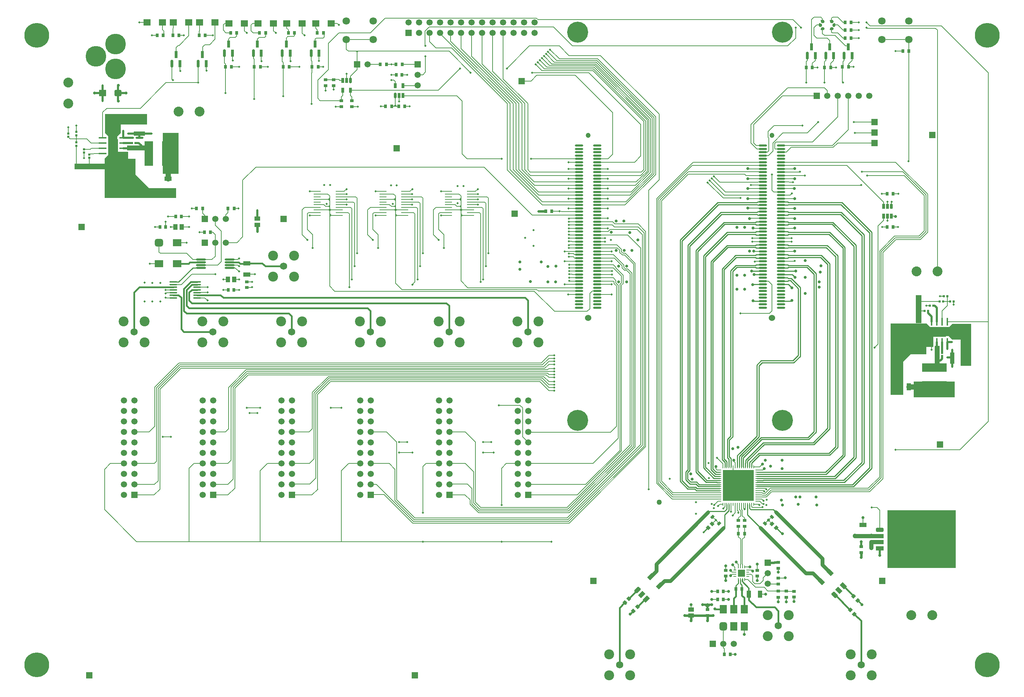
<source format=gtl>
%FSTAX23Y23*%
%MOIN*%
%SFA1B1*%

%IPPOS*%
%AMD13*
4,1,8,0.007900,-0.011800,0.007900,0.011800,0.003900,0.015700,-0.003900,0.015700,-0.007900,0.011800,-0.007900,-0.011800,-0.003900,-0.015700,0.003900,-0.015700,0.007900,-0.011800,0.0*
1,1,0.007880,0.003900,-0.011800*
1,1,0.007880,0.003900,0.011800*
1,1,0.007880,-0.003900,0.011800*
1,1,0.007880,-0.003900,-0.011800*
%
%AMD14*
4,1,8,-0.011800,-0.007900,0.011800,-0.007900,0.015700,-0.003900,0.015700,0.003900,0.011800,0.007900,-0.011800,0.007900,-0.015700,0.003900,-0.015700,-0.003900,-0.011800,-0.007900,0.0*
1,1,0.007880,-0.011800,-0.003900*
1,1,0.007880,0.011800,-0.003900*
1,1,0.007880,0.011800,0.003900*
1,1,0.007880,-0.011800,0.003900*
%
%AMD16*
4,1,8,0.034400,-0.015700,0.034400,0.015700,0.018700,0.031500,-0.018700,0.031500,-0.034400,0.015700,-0.034400,-0.015700,-0.018700,-0.031500,0.018700,-0.031500,0.034400,-0.015700,0.0*
1,1,0.031500,0.018700,-0.015700*
1,1,0.031500,0.018700,0.015700*
1,1,0.031500,-0.018700,0.015700*
1,1,0.031500,-0.018700,-0.015700*
%
%AMD23*
4,1,4,-0.002800,-0.022200,0.022200,0.002800,0.002800,0.022200,-0.022200,-0.002800,-0.002800,-0.022200,0.0*
%
%AMD29*
4,1,8,-0.017700,-0.039400,0.017700,-0.039400,0.035400,-0.021600,0.035400,0.021600,0.017700,0.039400,-0.017700,0.039400,-0.035400,0.021600,-0.035400,-0.021600,-0.017700,-0.039400,0.0*
1,1,0.035440,-0.017700,-0.021600*
1,1,0.035440,0.017700,-0.021600*
1,1,0.035440,0.017700,0.021600*
1,1,0.035440,-0.017700,0.021600*
%
%AMD30*
4,1,4,0.001400,0.023600,-0.023600,-0.001400,-0.001400,-0.023600,0.023600,0.001400,0.001400,0.023600,0.0*
%
%AMD31*
4,1,4,0.022200,-0.002800,-0.002800,0.022200,-0.022200,0.002800,0.002800,-0.022200,0.022200,-0.002800,0.0*
%
%AMD32*
4,1,8,0.014600,-0.028500,0.028500,-0.014600,0.028600,-0.000700,-0.000700,0.028600,-0.014600,0.028500,-0.028500,0.014600,-0.028600,0.000700,0.000700,-0.028600,0.014600,-0.028500,0.0*
1,1,0.019680,0.007700,-0.021600*
1,1,0.019680,0.021600,-0.007700*
1,1,0.019680,-0.007700,0.021600*
1,1,0.019680,-0.021600,0.007700*
%
%AMD33*
4,1,4,0.007700,-0.035400,0.035400,-0.007700,-0.007700,0.035400,-0.035400,0.007700,0.007700,-0.035400,0.0*
%
%AMD34*
4,1,4,0.023600,-0.001400,-0.001400,0.023600,-0.023600,0.001400,0.001400,-0.023600,0.023600,-0.001400,0.0*
%
%AMD35*
4,1,8,-0.028500,-0.014600,-0.014600,-0.028500,-0.000700,-0.028600,0.028600,0.000700,0.028500,0.014600,0.014600,0.028500,0.000700,0.028600,-0.028600,-0.000700,-0.028500,-0.014600,0.0*
1,1,0.019680,-0.021600,-0.007700*
1,1,0.019680,-0.007700,-0.021600*
1,1,0.019680,0.021600,0.007700*
1,1,0.019680,0.007700,0.021600*
%
%AMD36*
4,1,4,-0.035400,-0.007700,-0.007700,-0.035400,0.035400,0.007700,0.007700,0.035400,-0.035400,-0.007700,0.0*
%
%AMD38*
4,1,8,-0.039400,0.017700,-0.039400,-0.017700,-0.021600,-0.035400,0.021600,-0.035400,0.039400,-0.017700,0.039400,0.017700,0.021600,0.035400,-0.021600,0.035400,-0.039400,0.017700,0.0*
1,1,0.035440,-0.021600,0.017700*
1,1,0.035440,-0.021600,-0.017700*
1,1,0.035440,0.021600,-0.017700*
1,1,0.035440,0.021600,0.017700*
%
%AMD51*
4,1,8,0.006900,0.025600,-0.006900,0.025600,-0.013800,0.018700,-0.013800,-0.018700,-0.006900,-0.025600,0.006900,-0.025600,0.013800,-0.018700,0.013800,0.018700,0.006900,0.025600,0.0*
1,1,0.013780,0.006900,0.018700*
1,1,0.013780,-0.006900,0.018700*
1,1,0.013780,-0.006900,-0.018700*
1,1,0.013780,0.006900,-0.018700*
%
%AMD54*
4,1,8,-0.006900,-0.035400,0.006900,-0.035400,0.013800,-0.028500,0.013800,0.028500,0.006900,0.035400,-0.006900,0.035400,-0.013800,0.028500,-0.013800,-0.028500,-0.006900,-0.035400,0.0*
1,1,0.013780,-0.006900,-0.028500*
1,1,0.013780,0.006900,-0.028500*
1,1,0.013780,0.006900,0.028500*
1,1,0.013780,-0.006900,0.028500*
%
%AMD59*
4,1,8,0.006900,0.024600,-0.006900,0.024600,-0.013800,0.017700,-0.013800,-0.017700,-0.006900,-0.024600,0.006900,-0.024600,0.013800,-0.017700,0.013800,0.017700,0.006900,0.024600,0.0*
1,1,0.013780,0.006900,0.017700*
1,1,0.013780,-0.006900,0.017700*
1,1,0.013780,-0.006900,-0.017700*
1,1,0.013780,0.006900,-0.017700*
%
%AMD61*
4,1,8,-0.036400,0.009800,-0.036400,-0.009800,-0.026600,-0.019700,0.026600,-0.019700,0.036400,-0.009800,0.036400,0.009800,0.026600,0.019700,-0.026600,0.019700,-0.036400,0.009800,0.0*
1,1,0.019680,-0.026600,0.009800*
1,1,0.019680,-0.026600,-0.009800*
1,1,0.019680,0.026600,-0.009800*
1,1,0.019680,0.026600,0.009800*
%
%ADD10C,0.015750*%
%ADD11R,0.106000X0.044000*%
%ADD12R,0.044000X0.106000*%
G04~CAMADD=13~8~0.0~0.0~315.0~157.5~39.4~0.0~15~0.0~0.0~0.0~0.0~0~0.0~0.0~0.0~0.0~0~0.0~0.0~0.0~270.0~158.0~315.0*
%ADD13D13*%
G04~CAMADD=14~8~0.0~0.0~315.0~157.5~39.4~0.0~15~0.0~0.0~0.0~0.0~0~0.0~0.0~0.0~0.0~0~0.0~0.0~0.0~180.0~315.0~157.0*
%ADD14D14*%
%ADD15O,0.078740X0.019690*%
G04~CAMADD=16~8~0.0~0.0~629.9~689.0~157.5~0.0~15~0.0~0.0~0.0~0.0~0~0.0~0.0~0.0~0.0~0~0.0~0.0~0.0~270.0~689.0~629.0*
%ADD16D16*%
%ADD17R,0.068900X0.062990*%
%ADD18R,0.035430X0.027560*%
%ADD19R,0.031500X0.035430*%
%ADD20R,0.035430X0.031500*%
%ADD21R,0.055120X0.043310*%
%ADD22R,0.027560X0.035430*%
G04~CAMADD=23~9~0.0~0.0~354.3~275.6~0.0~0.0~0~0.0~0.0~0.0~0.0~0~0.0~0.0~0.0~0.0~0~0.0~0.0~0.0~225.0~444.0~443.0*
%ADD23D23*%
%ADD24O,0.009840X0.031500*%
%ADD25O,0.031500X0.009840*%
%ADD26R,0.070870X0.070870*%
%ADD27R,0.043310X0.066930*%
%ADD28R,0.070870X0.078740*%
G04~CAMADD=29~8~0.0~0.0~708.7~787.4~177.2~0.0~15~0.0~0.0~0.0~0.0~0~0.0~0.0~0.0~0.0~0~0.0~0.0~0.0~180.0~710.0~788.0*
%ADD29D29*%
G04~CAMADD=30~9~0.0~0.0~354.3~315.0~0.0~0.0~0~0.0~0.0~0.0~0.0~0~0.0~0.0~0.0~0.0~0~0.0~0.0~0.0~45.0~472.0~471.0*
%ADD30D30*%
G04~CAMADD=31~9~0.0~0.0~354.3~275.6~0.0~0.0~0~0.0~0.0~0.0~0.0~0~0.0~0.0~0.0~0.0~0~0.0~0.0~0.0~315.0~444.0~443.0*
%ADD31D31*%
G04~CAMADD=32~8~0.0~0.0~393.7~610.2~98.4~0.0~15~0.0~0.0~0.0~0.0~0~0.0~0.0~0.0~0.0~0~0.0~0.0~0.0~225.0~628.0~627.0*
%ADD32D32*%
G04~CAMADD=33~9~0.0~0.0~393.7~610.2~0.0~0.0~0~0.0~0.0~0.0~0.0~0~0.0~0.0~0.0~0.0~0~0.0~0.0~0.0~225.0~708.0~707.0*
%ADD33D33*%
G04~CAMADD=34~9~0.0~0.0~354.3~315.0~0.0~0.0~0~0.0~0.0~0.0~0.0~0~0.0~0.0~0.0~0.0~0~0.0~0.0~0.0~315.0~472.0~471.0*
%ADD34D34*%
G04~CAMADD=35~8~0.0~0.0~393.7~610.2~98.4~0.0~15~0.0~0.0~0.0~0.0~0~0.0~0.0~0.0~0.0~0~0.0~0.0~0.0~135.0~628.0~627.0*
%ADD35D35*%
G04~CAMADD=36~9~0.0~0.0~393.7~610.2~0.0~0.0~0~0.0~0.0~0.0~0.0~0~0.0~0.0~0.0~0.0~0~0.0~0.0~0.0~135.0~708.0~707.0*
%ADD36D36*%
%ADD37O,0.070870X0.009840*%
G04~CAMADD=38~8~0.0~0.0~708.7~787.4~177.2~0.0~15~0.0~0.0~0.0~0.0~0~0.0~0.0~0.0~0.0~0~0.0~0.0~0.0~90.0~788.0~709.0*
%ADD38D38*%
%ADD39R,0.078740X0.070870*%
%ADD40R,0.043310X0.055120*%
%ADD41O,0.094490X0.017720*%
%ADD42O,0.078740X0.013780*%
%ADD43R,0.066930X0.043310*%
%ADD44R,0.078740X0.236220*%
%ADD45R,0.022000X0.024000*%
%ADD46R,0.094000X0.122000*%
%ADD47R,0.078000X0.018140*%
%ADD48R,0.024000X0.022000*%
%ADD49R,0.071000X0.044000*%
%ADD50R,0.236220X0.078740*%
G04~CAMADD=51~8~0.0~0.0~275.6~511.8~68.9~0.0~15~0.0~0.0~0.0~0.0~0~0.0~0.0~0.0~0.0~0~0.0~0.0~0.0~0.0~275.6~511.8*
%ADD51D51*%
%ADD52R,0.027560X0.051180*%
%ADD53R,0.027560X0.070870*%
G04~CAMADD=54~8~0.0~0.0~275.6~708.7~68.9~0.0~15~0.0~0.0~0.0~0.0~0~0.0~0.0~0.0~0.0~0~0.0~0.0~0.0~180.0~276.0~709.0*
%ADD54D54*%
%ADD55R,0.044000X0.071000*%
%ADD56R,0.122000X0.094000*%
%ADD57R,0.018140X0.078000*%
%ADD58R,0.295280X0.295280*%
G04~CAMADD=59~8~0.0~0.0~275.6~492.1~68.9~0.0~15~0.0~0.0~0.0~0.0~0~0.0~0.0~0.0~0.0~0~0.0~0.0~0.0~0.0~275.6~492.1*
%ADD59D59*%
%ADD60R,0.027560X0.049210*%
G04~CAMADD=61~8~0.0~0.0~393.7~728.4~98.4~0.0~15~0.0~0.0~0.0~0.0~0~0.0~0.0~0.0~0.0~0~0.0~0.0~0.0~90.0~728.0~394.0*
%ADD61D61*%
%ADD62R,0.072840X0.039370*%
%ADD63R,0.072840X0.137800*%
%ADD64C,0.008000*%
%ADD65C,0.012350*%
%ADD66C,0.010000*%
%ADD67C,0.010000*%
%ADD68C,0.050000*%
%ADD69C,0.020000*%
%ADD70C,0.022000*%
%ADD71C,0.011000*%
%ADD72C,0.016800*%
%ADD73C,0.015740*%
%ADD74C,0.016830*%
%ADD75C,0.016000*%
%ADD76C,0.016800*%
%ADD77C,0.011680*%
%ADD78C,0.035120*%
%ADD79C,0.040000*%
%ADD80C,0.011230*%
%ADD81R,0.285350X0.055000*%
%ADD82R,0.055000X0.270000*%
%ADD83C,0.068000*%
%ADD84C,0.094490*%
%ADD85R,0.059060X0.059060*%
%ADD86C,0.059060*%
%ADD87C,0.070870*%
%ADD88C,0.200000*%
%ADD89C,0.047240*%
%ADD90C,0.060000*%
%ADD91C,0.094000*%
%ADD92R,0.059060X0.059060*%
%ADD93C,0.236220*%
%ADD94C,0.196850*%
%ADD95C,0.020000*%
%ADD96C,0.022000*%
%ADD97C,0.028000*%
%ADD98C,0.025980*%
%ADD99C,0.050000*%
%LNdsau-motherboard-reva-1*%
%LPD*%
G36*
X09705Y0442D02*
X09885D01*
X09915Y0445*
X10095*
Y0405*
X09995*
Y043*
X09915*
X0988Y04335*
X09735*
Y0423*
X0967*
Y0416*
X0952*
X0945Y0409*
Y03775*
X0933*
Y04455*
X0967*
X09705Y0442*
G37*
G36*
X0994Y0375D02*
X0955D01*
Y039*
X0994*
Y0375*
G37*
G36*
X0995Y02125D02*
X093D01*
Y02675*
X0995*
Y02125*
G37*
G36*
X09795Y0407D02*
X0975D01*
Y0424*
X09795*
Y0407*
G37*
G36*
X0223Y06105D02*
X0206D01*
Y0615*
X0223*
Y06105*
G37*
G36*
X0255Y0588D02*
X024D01*
Y0627*
X0255*
Y0588*
G37*
G36*
X0225Y0635D02*
X02D01*
Y0627*
X01965Y06235*
Y0609*
X0207*
Y06025*
X0214*
Y05875*
X0227Y05745*
X02525*
Y0565*
X01845*
Y05925*
Y06025*
X0188Y0606*
Y0624*
X0185Y0627*
Y0641*
Y0645*
X0225*
Y0635*
G37*
G54D10*
X08689Y07264D02*
D01*
X08689Y07265*
X08689Y07265*
X08689Y07266*
X08689Y07266*
X08689Y07267*
X08688Y07267*
X08688Y07268*
X08688Y07268*
X08688Y07269*
X08687Y07269*
X08687Y0727*
X08686Y0727*
X08686Y0727*
X08686Y07271*
X08685Y07271*
X08685Y07271*
X08684Y07271*
X08684Y07272*
X08683Y07272*
X08683Y07272*
X08682Y07272*
X08681Y07272*
X08681*
X0868Y07272*
X0868Y07272*
X08679Y07272*
X08679Y07272*
X08678Y07271*
X08678Y07271*
X08677Y07271*
X08677Y07271*
X08676Y0727*
X08676Y0727*
X08676Y0727*
X08675Y07269*
X08675Y07269*
X08675Y07268*
X08674Y07268*
X08674Y07267*
X08674Y07267*
X08674Y07266*
X08674Y07266*
X08673Y07265*
X08673Y07265*
X08673Y07264*
X0876Y07335D02*
D01*
X0876Y07334*
X0876Y07334*
X0876Y07333*
X0876Y07333*
X0876Y07332*
X08761Y07332*
X08761Y07331*
X08761Y07331*
X08761Y0733*
X08762Y0733*
X08762Y07329*
X08763Y07329*
X08763Y07329*
X08763Y07328*
X08764Y07328*
X08764Y07328*
X08765Y07328*
X08765Y07327*
X08766Y07327*
X08766Y07327*
X08767Y07327*
X08768Y07327*
X08768*
X08769Y07327*
X08769Y07327*
X0877Y07327*
X0877Y07327*
X08771Y07328*
X08771Y07328*
X08772Y07328*
X08772Y07328*
X08773Y07329*
X08773Y07329*
X08773Y07329*
X08774Y0733*
X08774Y0733*
X08774Y07331*
X08775Y07331*
X08775Y07332*
X08775Y07332*
X08775Y07333*
X08775Y07333*
X08776Y07334*
X08776Y07334*
X08776Y07335*
Y07264D02*
D01*
X08776Y07265*
X08776Y07265*
X08776Y07266*
X08775Y07266*
X08775Y07267*
X08775Y07267*
X08775Y07268*
X08774Y07268*
X08774Y07269*
X08774Y07269*
X08773Y0727*
X08773Y0727*
X08773Y0727*
X08772Y07271*
X08772Y07271*
X08771Y07271*
X08771Y07271*
X0877Y07272*
X0877Y07272*
X08769Y07272*
X08769Y07272*
X08768Y07272*
X08768*
X08767Y07272*
X08766Y07272*
X08766Y07272*
X08765Y07272*
X08765Y07271*
X08764Y07271*
X08764Y07271*
X08763Y07271*
X08763Y0727*
X08763Y0727*
X08762Y0727*
X08762Y07269*
X08761Y07269*
X08761Y07268*
X08761Y07268*
X08761Y07267*
X0876Y07267*
X0876Y07266*
X0876Y07266*
X0876Y07265*
X0876Y07265*
X0876Y07264*
X08673Y07335D02*
D01*
X08673Y07334*
X08673Y07334*
X08673Y07333*
X08674Y07333*
X08674Y07332*
X08674Y07332*
X08674Y07331*
X08675Y07331*
X08675Y0733*
X08675Y0733*
X08676Y07329*
X08676Y07329*
X08676Y07329*
X08677Y07328*
X08677Y07328*
X08678Y07328*
X08678Y07328*
X08679Y07327*
X08679Y07327*
X0868Y07327*
X0868Y07327*
X08681Y07327*
X08681*
X08682Y07327*
X08683Y07327*
X08683Y07327*
X08684Y07327*
X08684Y07328*
X08685Y07328*
X08685Y07328*
X08686Y07328*
X08686Y07329*
X08686Y07329*
X08687Y07329*
X08687Y0733*
X08688Y0733*
X08688Y07331*
X08688Y07331*
X08688Y07332*
X08689Y07332*
X08689Y07333*
X08689Y07333*
X08689Y07334*
X08689Y07334*
X08689Y07335*
X08791Y07307D02*
D01*
X08791Y07307*
X0879Y07307*
X0879Y07307*
X08789Y07307*
X08789Y07307*
X08788Y07307*
X08788Y07306*
X08787Y07306*
X08787Y07306*
X08786Y07306*
X08786Y07305*
X08786Y07305*
X08785Y07304*
X08785Y07304*
X08785Y07303*
X08784Y07303*
X08784Y07302*
X08784Y07302*
X08784Y07301*
X08784Y07301*
X08784Y073*
X08784Y073*
Y07299*
X08784Y07299*
X08784Y07298*
X08784Y07298*
X08784Y07297*
X08784Y07297*
X08784Y07296*
X08785Y07296*
X08785Y07295*
X08785Y07295*
X08786Y07294*
X08786Y07294*
X08786Y07293*
X08787Y07293*
X08787Y07293*
X08788Y07293*
X08788Y07292*
X08789Y07292*
X08789Y07292*
X0879Y07292*
X0879Y07292*
X08791Y07292*
X08791Y07292*
X08658D02*
D01*
X08658Y07292*
X08659Y07292*
X08659Y07292*
X0866Y07292*
X0866Y07292*
X08661Y07292*
X08661Y07293*
X08662Y07293*
X08662Y07293*
X08663Y07293*
X08663Y07294*
X08663Y07294*
X08664Y07295*
X08664Y07295*
X08664Y07296*
X08665Y07296*
X08665Y07297*
X08665Y07297*
X08665Y07298*
X08665Y07298*
X08665Y07299*
X08665Y07299*
Y073*
X08665Y073*
X08665Y07301*
X08665Y07301*
X08665Y07302*
X08665Y07302*
X08665Y07303*
X08664Y07303*
X08664Y07304*
X08664Y07304*
X08663Y07305*
X08663Y07305*
X08663Y07306*
X08662Y07306*
X08662Y07306*
X08661Y07306*
X08661Y07307*
X0866Y07307*
X0866Y07307*
X08659Y07307*
X08659Y07307*
X08658Y07307*
X08658Y07307*
G54D11*
X02175Y06266D03*
Y06384D03*
G54D12*
X09916Y04125D03*
X10034D03*
G54D13*
X08795Y073D03*
X08654D03*
G54D14*
X08768Y07258D03*
X08681D03*
X08768Y07341D03*
X08681D03*
G54D15*
X08287Y0615D03*
Y06118D03*
Y06087D03*
Y06055D03*
Y06024D03*
Y05992D03*
Y05961D03*
Y05929D03*
Y05898D03*
Y05866D03*
Y05835D03*
Y05803D03*
Y05772D03*
Y0574D03*
Y05709D03*
Y05677D03*
Y05646D03*
Y05614D03*
Y05583D03*
Y05551D03*
Y0552D03*
Y05488D03*
Y05457D03*
Y05425D03*
Y05394D03*
Y05362D03*
Y05331D03*
Y05299D03*
Y05268D03*
Y05236D03*
Y05205D03*
Y05173D03*
Y05142D03*
Y0511D03*
Y05079D03*
Y05047D03*
Y05016D03*
Y04984D03*
Y04953D03*
Y04921D03*
Y0489D03*
Y04858D03*
Y04827D03*
Y04795D03*
Y04764D03*
Y04732D03*
Y04701D03*
Y04669D03*
Y04638D03*
Y04606D03*
X08113Y0615D03*
Y06118D03*
Y06087D03*
Y06055D03*
Y06024D03*
Y05992D03*
Y05961D03*
Y05929D03*
Y05898D03*
Y05866D03*
Y05835D03*
Y05803D03*
Y05772D03*
Y0574D03*
Y05709D03*
Y05677D03*
Y05646D03*
Y05614D03*
Y05583D03*
Y05551D03*
Y0552D03*
Y05488D03*
Y05457D03*
Y05425D03*
Y05394D03*
Y05362D03*
Y05331D03*
Y05299D03*
Y05268D03*
Y05236D03*
Y05205D03*
Y05173D03*
Y05142D03*
Y0511D03*
Y05079D03*
Y05047D03*
Y05016D03*
Y04984D03*
Y04953D03*
Y04921D03*
Y0489D03*
Y04858D03*
Y04827D03*
Y04795D03*
Y04764D03*
Y04732D03*
Y04701D03*
Y04669D03*
Y04638D03*
Y04606D03*
X06536Y0615D03*
Y06118D03*
Y06087D03*
Y06055D03*
Y06024D03*
Y05992D03*
Y05961D03*
Y05929D03*
Y05898D03*
Y05866D03*
Y05835D03*
Y05803D03*
Y05772D03*
Y0574D03*
Y05709D03*
Y05677D03*
Y05646D03*
Y05614D03*
Y05583D03*
Y05551D03*
Y0552D03*
Y05488D03*
Y05457D03*
Y05425D03*
Y05394D03*
Y05362D03*
Y05331D03*
Y05299D03*
Y05268D03*
Y05236D03*
Y05205D03*
Y05173D03*
Y05142D03*
Y0511D03*
Y05079D03*
Y05047D03*
Y05016D03*
Y04984D03*
Y04953D03*
Y04921D03*
Y0489D03*
Y04858D03*
Y04827D03*
Y04795D03*
Y04764D03*
Y04732D03*
Y04701D03*
Y04669D03*
Y04638D03*
Y04606D03*
X06363Y0615D03*
Y06118D03*
Y06087D03*
Y06055D03*
Y06024D03*
Y05992D03*
Y05961D03*
Y05929D03*
Y05898D03*
Y05866D03*
Y05835D03*
Y05803D03*
Y05772D03*
Y0574D03*
Y05709D03*
Y05677D03*
Y05646D03*
Y05614D03*
Y05583D03*
Y05551D03*
Y0552D03*
Y05488D03*
Y05457D03*
Y05425D03*
Y05394D03*
Y05362D03*
Y05331D03*
Y05299D03*
Y05268D03*
Y05236D03*
Y05205D03*
Y05173D03*
Y05142D03*
Y0511D03*
Y05079D03*
Y05047D03*
Y05016D03*
Y04984D03*
Y04953D03*
Y04921D03*
Y0489D03*
Y04858D03*
Y04827D03*
Y04795D03*
Y04764D03*
Y04732D03*
Y04701D03*
Y04669D03*
Y04638D03*
Y04606D03*
G54D16*
X01973Y0665D03*
G54D17*
X01826Y0665D03*
X03178Y07315D03*
X03031D03*
X03453D03*
X03306D03*
X03728D03*
X03581D03*
X04003D03*
X03856D03*
X02251Y07325D03*
X02398D03*
X02751D03*
X02898D03*
X02501D03*
X02648D03*
G54D18*
X0826Y0197D03*
Y02029D03*
X08335Y01904D03*
Y01845D03*
X04025Y06779D03*
Y0672D03*
X0395D03*
Y06779D03*
X0826Y01845D03*
Y01904D03*
Y0212D03*
Y02179D03*
G54D19*
X07737Y019D03*
X07682D03*
X07737Y01825D03*
X07682D03*
X02372Y05375D03*
X02427D03*
X02577Y05475D03*
X02522D03*
X03077Y04775D03*
X03022D03*
X04622Y06825D03*
X04677D03*
X09297Y0569D03*
X09352D03*
Y05375D03*
X09297D03*
G54D20*
X07585Y01672D03*
Y01727D03*
X0794Y02522D03*
Y02577D03*
X0788Y02522D03*
Y02577D03*
X0841Y01902D03*
Y01847D03*
X032Y04852D03*
Y04797D03*
X041Y06522D03*
Y06577D03*
X042D03*
Y06522D03*
X0776Y02102D03*
Y02047D03*
X0806Y02102D03*
Y02047D03*
X0905Y02272D03*
Y02327D03*
G54D21*
X0743Y01729D03*
Y0167D03*
X033Y05454D03*
Y05395D03*
G54D22*
X07939Y0245D03*
X0788D03*
X07914Y01925D03*
X07855D03*
X06104Y05525D03*
X06045D03*
X0272Y0555D03*
X02779D03*
X0302D03*
X03079D03*
X02854Y05325D03*
X02795D03*
X04704Y06525D03*
X04645D03*
X04579D03*
X0452D03*
X0462Y06925D03*
X04679D03*
X08895Y07175D03*
X08954D03*
X08895Y0725D03*
X08954D03*
X08895Y07325D03*
X08954D03*
X087Y06895D03*
X08759D03*
X08525D03*
X08584D03*
X08929Y069D03*
X0887D03*
X02345Y072D03*
X02404D03*
X02495D03*
X02554D03*
X02745D03*
X02804D03*
X02995Y069D03*
X03054D03*
X0327D03*
X03329D03*
X03545D03*
X03604D03*
X0382D03*
X03879D03*
X03929Y07225D03*
X0387D03*
X03654D03*
X03595D03*
X03379D03*
X0332D03*
X03104D03*
X03045D03*
X04529Y06925D03*
X0447D03*
X07745Y013D03*
X07804D03*
X09445Y0705D03*
X09504D03*
G54D23*
X07632Y02612D03*
X07591Y02653D03*
X07738Y02506D03*
X07697Y02547D03*
G54D24*
X0788Y02013D03*
X079D03*
X07919D03*
X07939D03*
Y02136D03*
X07919D03*
X079D03*
X0788D03*
X07732Y02732D03*
X07752D03*
X07771D03*
X07791D03*
X07811D03*
X0783D03*
X0785D03*
X0787D03*
X07889D03*
X07909D03*
X07929D03*
X07948D03*
X07968D03*
X07988D03*
X08007D03*
X08027D03*
Y03087D03*
X08007D03*
X07988D03*
X07968D03*
X07948D03*
X07929D03*
X07909D03*
X07889D03*
X0787D03*
X0785D03*
X0783D03*
X07811D03*
X07791D03*
X07771D03*
X07752D03*
X07732D03*
G54D25*
X07971Y02045D03*
Y02065D03*
Y02084D03*
Y02104D03*
X07848D03*
Y02084D03*
Y02065D03*
Y02045D03*
X07702Y03057D03*
Y03037D03*
Y03018D03*
Y02998D03*
Y02978D03*
Y02959D03*
Y02939D03*
Y02919D03*
Y029D03*
Y0288D03*
Y0286D03*
Y02841D03*
Y02821D03*
Y02801D03*
Y02782D03*
Y02762D03*
X08057D03*
Y02782D03*
Y02801D03*
Y02821D03*
Y02841D03*
Y0286D03*
Y0288D03*
Y029D03*
Y02919D03*
Y02939D03*
Y02959D03*
Y02978D03*
Y02998D03*
Y03018D03*
Y03037D03*
Y03057D03*
G54D26*
X0791Y02075D03*
G54D27*
X07981Y01875D03*
X08088D03*
G54D28*
X07735Y01732D03*
X07835D03*
X07935D03*
Y01567D03*
X07835D03*
G54D29*
X07735Y01567D03*
G54D30*
X082Y02546D03*
X08239Y02507D03*
X09017Y01814D03*
X08978Y01853D03*
X08984Y01686D03*
X08945Y01725D03*
G54D31*
X08134Y02547D03*
X08093Y02506D03*
X0824Y02653D03*
X08199Y02612D03*
G54D32*
X08796Y01869D03*
G54D33*
X08838Y01911D03*
X0888Y01953D03*
X08753Y0208D03*
X08669Y01996D03*
G54D34*
X07631Y02546D03*
X07592Y02507D03*
X0688Y01715D03*
X06919Y01754D03*
X06799Y01793D03*
X06838Y01832D03*
G54D35*
X06919Y01913D03*
G54D36*
X06961Y01871D03*
X07003Y01829D03*
X0713Y01956D03*
X07046Y0204D03*
G54D37*
X0512Y05713D03*
Y05688D03*
Y05662D03*
Y05637D03*
Y05612D03*
Y05587D03*
Y05562D03*
Y05537D03*
Y05511D03*
Y05486D03*
X05329Y05713D03*
Y05688D03*
Y05662D03*
Y05637D03*
Y05612D03*
Y05587D03*
Y05562D03*
Y05537D03*
Y05511D03*
Y05486D03*
X04495Y05713D03*
Y05688D03*
Y05662D03*
Y05637D03*
Y05612D03*
Y05587D03*
Y05562D03*
Y05537D03*
Y05511D03*
Y05486D03*
X04704Y05713D03*
Y05688D03*
Y05662D03*
Y05637D03*
Y05612D03*
Y05587D03*
Y05562D03*
Y05537D03*
Y05511D03*
Y05486D03*
X0387Y05713D03*
Y05688D03*
Y05662D03*
Y05637D03*
Y05612D03*
Y05587D03*
Y05562D03*
Y05537D03*
Y05511D03*
Y05486D03*
X04079Y05713D03*
Y05688D03*
Y05662D03*
Y05637D03*
Y05612D03*
Y05587D03*
Y05562D03*
Y05537D03*
Y05511D03*
Y05486D03*
G54D38*
X02363Y05225D03*
G54D39*
X02536Y05025D03*
Y05225D03*
X02363Y05025D03*
G54D40*
X0252Y05375D03*
X02579D03*
X0302Y04875D03*
X03079D03*
G54D41*
X02762Y05063D03*
Y05037D03*
Y05012D03*
Y04986D03*
X03037Y05063D03*
Y05037D03*
Y05012D03*
Y04986D03*
G54D42*
X02728Y04698D03*
Y04723D03*
Y04749D03*
Y04775D03*
Y048D03*
Y04826D03*
Y04851D03*
X025Y04698D03*
Y04723D03*
Y04749D03*
Y04775D03*
Y048D03*
Y04826D03*
Y04851D03*
G54D43*
X032Y05028D03*
Y04921D03*
X09066Y02429D03*
Y02536D03*
G54D44*
X02265Y06075D03*
X02434D03*
G54D45*
X02108Y06175D03*
X02141D03*
X09736Y04625D03*
X09703D03*
X09686Y04575D03*
X09653D03*
X09831Y04665D03*
X09798D03*
X09931D03*
X09898D03*
X09838Y04714D03*
X09871D03*
G54D46*
X01925Y0615D03*
G54D47*
X02022Y06225D03*
Y06175D03*
Y06125D03*
Y06075D03*
X01828D03*
Y06125D03*
Y06175D03*
Y06225D03*
G54D48*
X01575Y06281D03*
Y06248D03*
Y06181D03*
Y06148D03*
X0165Y06116D03*
Y06083D03*
X017Y06066D03*
Y06033D03*
X015Y06266D03*
Y06233D03*
X0982Y04176D03*
Y04143D03*
G54D49*
X0245Y05716D03*
Y05834D03*
G54D50*
X09745Y04035D03*
Y03865D03*
G54D51*
X04187Y06772D03*
X04612Y06627D03*
G54D52*
X0415Y06772D03*
X04112D03*
Y06677D03*
X04187D03*
X0465Y06627D03*
X04687D03*
Y06722D03*
X04612D03*
G54D53*
X02525Y07017D03*
X02562Y06932D03*
X02775Y07017D03*
X02812Y06932D03*
X08925Y07092D03*
X08962Y07007D03*
X08575Y07092D03*
X08612Y07007D03*
X0875Y07092D03*
X08787Y07007D03*
X0385Y07117D03*
X03887Y07032D03*
X03575Y07117D03*
X03612Y07032D03*
X033Y07117D03*
X03337Y07032D03*
X03025Y07117D03*
X03062Y07032D03*
G54D54*
X02487Y06932D03*
X02737D03*
X08887Y07007D03*
X08537D03*
X08712D03*
X03812Y07032D03*
X03537D03*
X03262D03*
X02987D03*
G54D55*
X09386Y0385D03*
X09504D03*
G54D56*
X09795Y04375D03*
G54D57*
X0987Y04278D03*
X0982D03*
X0977D03*
X0972D03*
Y04472D03*
X0977D03*
X0982D03*
X0987D03*
G54D58*
X0788Y0291D03*
G54D59*
X09337Y05572D03*
G54D60*
X093Y05572D03*
X09262D03*
Y05477D03*
X093D03*
X09337D03*
G54D61*
X09225Y02488D03*
G54D62*
X09225Y02429D03*
Y0237D03*
Y02311D03*
G54D63*
X09474Y024D03*
G54D64*
X04675Y04778D02*
X05961D01*
X04775Y04825D02*
X048Y0485D01*
Y055*
X05961Y04778D02*
X05975Y04764D01*
X046Y04762D02*
X05937D01*
X0613Y0457*
X0399Y0481D02*
Y05375D01*
X05625Y02725D02*
Y03075D01*
X0567Y0312*
X0578*
X04875Y0265D02*
Y0309D01*
X04905Y0312*
X0503*
X041Y02375D02*
Y0305D01*
Y02375D02*
X061D01*
X03325D02*
X041D01*
Y0305D02*
X0417Y0312D01*
X0428*
X03325Y02375D02*
Y0305D01*
X0265Y02375D02*
X03325D01*
X03395Y0312D02*
X0353D01*
X03325Y0305D02*
X03395Y0312D01*
X0265Y02375D02*
Y03075D01*
X0215Y02375D02*
X0265D01*
Y03075D02*
X02695Y0312D01*
X0278*
X06175Y05525D02*
X0619D01*
X06104D02*
X06175D01*
X019Y0312D02*
X0203D01*
X01845Y0268D02*
X0215Y02375D01*
X01845Y0268D02*
Y03065D01*
X019Y0312*
X08302Y0627D02*
X08535D01*
X0864Y06375*
X08209Y06176D02*
X08302Y0627D01*
X08209Y06099D02*
Y06176D01*
X08165Y06055D02*
X08209Y06099D01*
X08113Y06055D02*
X08165D01*
X0899Y0627D02*
X0918D01*
X08113Y06087D02*
X08157D01*
X0817Y061*
Y06223*
X08164Y06228D02*
Y06284D01*
X0822Y0634*
X08164Y06228D02*
X0817Y06223D01*
X0822Y0634D02*
X0849D01*
X0824Y06185D02*
X08585D01*
X08825Y06425*
X08225Y0617D02*
X0824Y06185D01*
X08225Y06125D02*
Y0617D01*
Y06125D02*
X08231Y06118D01*
X08287*
X09175Y06275D02*
X0918Y0627D01*
X0898Y06375D02*
X09175D01*
X098Y04714D02*
X09838D01*
X015Y06266D02*
Y06325D01*
X01518Y06215D02*
X01575D01*
X015Y06233D02*
X01518Y06215D01*
X10257Y04472D02*
X1026Y04475D01*
X10125Y04472D02*
X10257D01*
X09813Y07291D02*
X1026Y06845D01*
Y0352D02*
Y06845D01*
X0999Y0325D02*
X1026Y0352D01*
X0245Y05889D02*
X0245Y0589D01*
X09559Y0385D02*
X0956Y0385D01*
X0243Y0675D02*
X02735D01*
X02185Y06505D02*
X0243Y0675D01*
X01865Y06505D02*
X02185D01*
X01828Y06468D02*
X01865Y06505D01*
X01828Y06225D02*
Y06468D01*
X0165Y06116D02*
X01711D01*
X0172Y06125*
X01828*
X01745Y06075D02*
X01828D01*
X0174Y0607D02*
X01745Y06075D01*
X01703Y0607D02*
X0174D01*
X017Y06066D02*
X01703Y0607D01*
X017Y0595D02*
Y06033D01*
X0165Y0603D02*
Y06083D01*
X01575Y05935D02*
Y06148D01*
Y06281D02*
Y0634D01*
Y06215D02*
X01675D01*
X01575Y06181D02*
Y06215D01*
Y06248*
X01675Y06215D02*
X01715Y06175D01*
X01828*
X09375Y0325D02*
X0999D01*
X0987Y04472D02*
X10125D01*
X0987Y04665D02*
Y0469D01*
X09871Y04691*
Y04714*
X0962Y04575D02*
Y04665D01*
X09798*
X09931Y04633D02*
Y04665D01*
X09898Y04665D02*
X09898Y04665D01*
X0987Y04665D02*
X09898D01*
X09831Y04665D02*
X09831Y04665D01*
X0987*
Y04625D02*
Y04665D01*
X0982Y04575D02*
X0987Y04625D01*
X0982Y04472D02*
Y04575D01*
X0967Y04625D02*
X0967Y04625D01*
X09703*
X0962Y04575D02*
X09653D01*
X0972Y04278D02*
Y04325D01*
Y04205D02*
Y04278D01*
Y04325D02*
Y0436D01*
X03575Y07175D02*
X0359Y0719D01*
X03645*
X03654Y07199*
Y07225*
X03575Y07117D02*
Y07175D01*
X0387Y07225D02*
Y07254D01*
X03856Y07268D02*
X0387Y07254D01*
X03856Y07268D02*
Y07315D01*
X03595Y07225D02*
Y07254D01*
X03581Y07268D02*
X03595Y07254D01*
X03581Y07268D02*
Y07315D01*
X06049Y07023D02*
X06127Y06945D01*
X06528*
X06029Y07004D02*
X06104Y06929D01*
X06521*
X06009Y06984D02*
X0608Y06913D01*
X06514*
X05989Y06964D02*
X06057Y06897D01*
X06508*
X05969Y06944D02*
X06033Y06881D01*
X06501*
X0595Y06925D02*
X0601Y06865D01*
X06495*
X05149Y0708D02*
X05679Y0655D01*
X05Y0708D02*
X05149D01*
X0494Y0714D02*
X05Y0708D01*
X0494Y0714D02*
Y07225D01*
X0504Y07217D02*
X05707Y0655D01*
X0504Y07217D02*
Y07225D01*
X0514Y07145D02*
X05735Y0655D01*
X0514Y07145D02*
Y07225D01*
X0564Y06785D02*
Y07225D01*
Y06785D02*
X05875Y0655D01*
X0554Y06857D02*
Y07225D01*
X0544Y06929D02*
X05819Y0655D01*
X0544Y06929D02*
Y07225D01*
X0534Y07001D02*
Y07225D01*
Y07001D02*
X05791Y0655D01*
X0524Y07073D02*
X05763Y0655D01*
X0524Y07073D02*
Y07225D01*
X06536Y05898D02*
X06957D01*
X06996Y05913D02*
Y06386D01*
X07012Y05906D02*
Y06393D01*
X07028Y059D02*
Y06399D01*
X06536Y05772D02*
X06899D01*
X07044Y05893D02*
Y06406D01*
X0706Y05886D02*
Y06413D01*
X07076Y0588D02*
Y06419D01*
X07092Y05873D02*
Y06426D01*
X06528Y06945D02*
X0706Y06413D01*
X06521Y06929D02*
X07044Y06406D01*
X06514Y06913D02*
X07028Y06399D01*
X06508Y06897D02*
X07012Y06393D01*
X06501Y06881D02*
X06996Y06386D01*
X06495Y06865D02*
X0698Y0638D01*
X06899Y05772D02*
X07028Y059D01*
X0698Y0592D02*
Y0638D01*
X0554Y06857D02*
X05847Y0655D01*
Y0592D02*
Y0655D01*
X05819Y05921D02*
Y0655D01*
X05791Y05921D02*
X0594Y05772D01*
X06363*
X038Y05486D02*
X0387D01*
X038Y05713D02*
X0387D01*
X04079D02*
X04128D01*
X0415Y05735*
X04079Y05688D02*
X04149D01*
X04079Y05637D02*
X04149D01*
X04079Y05587D02*
X04149D01*
X04425Y05486D02*
X04495D01*
X04425Y05713D02*
X04495D01*
X04704D02*
X04753D01*
X04775Y05735*
X04704Y05688D02*
X04774D01*
X04704Y05637D02*
X04774D01*
X04704Y05587D02*
X04774D01*
X06672Y05142D02*
X06675Y05145D01*
X06536Y05142D02*
X06672D01*
X06225Y0514D02*
X06227Y05142D01*
X06225Y0505D02*
X06227Y05047D01*
X06536D02*
X06672D01*
X06536Y04921D02*
X06623D01*
X06536Y04827D02*
X06672D01*
X06278Y04732D02*
X06363D01*
X06536D02*
X06672D01*
X06536Y04764D02*
X06537Y04765D01*
X04615Y05652D02*
Y05655D01*
Y05075D02*
Y05473D01*
X04626Y05486D02*
X04628D01*
X04615Y05485D02*
X04616Y05486D01*
X04615Y05485D02*
Y055D01*
X05251Y05486D02*
X05253D01*
X0387Y05688D02*
X03971D01*
X0399Y055D02*
X04003Y05486D01*
X04079*
X03971Y05688D02*
X0399Y0567D01*
X0387Y05587D02*
X03932D01*
X0395Y0557*
X0398D02*
X0399D01*
Y0556D02*
Y0557D01*
X0387Y05537D02*
X0398D01*
X04495Y05688D02*
X04596D01*
X04615Y055D02*
X04628Y05486D01*
X04704*
X04596Y05688D02*
X04615Y0567D01*
X04495Y05587D02*
X04557D01*
X04575Y0557*
X04612Y05637D02*
X04615Y05635D01*
X04495Y05637D02*
X046D01*
X0461D02*
X04612D01*
X04615Y05625D02*
Y05632D01*
X04575Y0557D02*
X04605D01*
X04615*
Y0556D02*
Y0557D01*
X04495Y05537D02*
X04605D01*
X04615*
Y05525D02*
Y05527D01*
X0524Y05525D02*
Y05527D01*
Y05547D02*
Y0555D01*
X0523Y05537D02*
X0524D01*
X0512D02*
X0523D01*
Y0557D02*
X0524D01*
X052D02*
X0523D01*
X05235Y05637D02*
X05237D01*
X0512D02*
X05225D01*
X05237D02*
X0524Y05635D01*
X05182Y05587D02*
X052Y0557D01*
X0512Y05587D02*
X05182D01*
X05221Y05688D02*
X0524Y0567D01*
X05253Y05486D02*
X05329D01*
X0524Y055D02*
X05253Y05486D01*
X0512Y05688D02*
X05221D01*
X05329Y05587D02*
X05399D01*
X05329Y05637D02*
X05399D01*
X05329Y05688D02*
X05399D01*
X05378Y05713D02*
X054Y05735D01*
X05329Y05713D02*
X05378D01*
X0505Y05486D02*
X0512D01*
X0505Y05713D02*
X0512D01*
X0505Y05486D02*
X0512D01*
X06363Y0552D02*
X06363Y0552D01*
X06195Y0552D02*
X06363D01*
X0619Y05525D02*
X06195Y0552D01*
X02955Y05125D02*
Y05335D01*
Y05045D02*
Y05125D01*
X02922Y05012D02*
X02955Y05045D01*
X02762Y05012D02*
X02922D01*
X08525Y06895D02*
X08525Y06895D01*
X08525Y06895D02*
Y0695D01*
X08537Y06962*
Y07007*
X08712Y06962D02*
Y07007D01*
X087Y0695D02*
X08712Y06962D01*
X087Y0695D02*
X087Y06949D01*
Y06895D02*
Y06949D01*
X08759Y06934D02*
X08787Y06962D01*
Y07007*
X08759Y06895D02*
Y06934D01*
X08584D02*
X08612Y06962D01*
X08584Y06895D02*
Y06934D01*
X08612Y06962D02*
Y07007D01*
X09047Y05772D02*
X0905Y05775D01*
X08287Y05772D02*
X09047D01*
X095Y06D02*
X09504Y06004D01*
Y0705*
X09247Y07161D02*
X09502D01*
X09375Y0705D02*
D01*
X09445*
X09502Y07051D02*
X09504Y0705D01*
X09502Y07051D02*
Y07161D01*
X0925Y05625D02*
X09262Y05612D01*
X0894Y05934D02*
X0925Y05625D01*
X08287Y05961D02*
X08913D01*
X0894Y05934*
X08384Y06134D02*
X08784D01*
X08825Y06175*
X09175*
X08337Y06087D02*
X08384Y06134D01*
X08287Y06087D02*
X08337D01*
X08825Y06425D02*
Y06625D01*
X08775Y0615D02*
X08925Y063D01*
X08287Y0615D02*
X08775D01*
X08925Y063D02*
Y06625D01*
X08Y0635D02*
X0835Y067D01*
X08725Y06625D02*
Y06675D01*
X087Y067D02*
X08725Y06675D01*
X0835Y067D02*
X087D01*
X08Y06175D02*
Y0635D01*
Y06175D02*
X08056Y06118D01*
X08113*
X08025Y0635D02*
X083Y06625D01*
X0805Y0615D02*
X08113D01*
X08025Y06175D02*
X0805Y0615D01*
X08025Y06175D02*
Y0635D01*
X083Y06625D02*
X08625D01*
X09352Y05375D02*
X094D01*
X09352D02*
D01*
X0925D02*
X09297D01*
X08287Y05866D02*
X08512D01*
X08287Y05898D02*
X08463D01*
X09682Y05323D02*
Y05688D01*
X0938Y05255D02*
X09613D01*
X09257Y05132D02*
X0938Y05255D01*
X09257Y02976D02*
Y05132D01*
X09666Y0533D02*
Y05681D01*
X09373Y05271D02*
X09606D01*
X09241Y05138D02*
X09373Y05271D01*
X09241Y02983D02*
Y05138D01*
X0965Y05337D02*
Y05675D01*
X09225Y05145D02*
X09366Y05287D01*
X09225Y0299D02*
Y05145D01*
X09613Y05255D02*
X09682Y05323D01*
X09606Y05271D02*
X09666Y0533D01*
X096Y05287D02*
X0965Y05337D01*
X09366Y05287D02*
X096D01*
X09131Y02851D02*
X09257Y02976D01*
X08198Y02851D02*
X09131D01*
X08184Y02883D02*
X09118D01*
X09124Y02867D02*
X09241Y02983D01*
X08192Y02867D02*
X09124D01*
X09118Y02883D02*
X09225Y0299D01*
X08057Y02801D02*
X08148D01*
X08057Y02801D02*
X08057Y02801D01*
X08109Y02817D02*
X08142D01*
X08107Y02841D02*
X08115Y02833D01*
X08104Y02821D02*
X08109Y02817D01*
X08115Y02833D02*
X08134D01*
X08102Y02782D02*
X0812Y02765D01*
X08057Y02782D02*
X08102D01*
X08119Y0286D02*
X08125Y02855D01*
X08057Y02841D02*
X08107D01*
X08057Y02821D02*
X08104D01*
X08057Y0286D02*
X08119D01*
X08139Y0288D02*
X08145Y02875D01*
X08057Y0288D02*
X08139D01*
X07675Y03175D02*
X07732Y03117D01*
Y03087D02*
Y03117D01*
X07449Y05992D02*
X08113D01*
X0744Y05961D02*
X08113D01*
X08111Y059D02*
X08113Y05898D01*
X07402Y059D02*
X08111D01*
X07102Y0293D02*
X0725Y02782D01*
X07702*
X07118Y02936D02*
X07253Y02801D01*
X07702*
X07134Y02943D02*
X07255Y02821D01*
X07702*
X07258Y02841D02*
X07702D01*
X07102Y0293D02*
Y05644D01*
X07118Y02936D02*
Y05638D01*
X07134Y02943D02*
Y05631D01*
X0715Y0295D02*
Y05625D01*
Y0295D02*
X07258Y02841D01*
X0765Y02725D02*
X07687Y02762D01*
X07702*
X07838Y0314D02*
Y0315D01*
Y0314D02*
X0785Y03127D01*
Y03087D02*
Y03127D01*
X0785Y03087D02*
X0785Y03087D01*
X0785Y03087D02*
X0785Y03087D01*
X0775Y013D02*
X07755D01*
X07735Y01365D02*
Y014D01*
Y01365D02*
X07745Y01354D01*
Y013D02*
Y01354D01*
X07735Y014D02*
Y01567D01*
X079Y02136D02*
Y0216D01*
X07902Y02161*
Y024*
X07919Y02136D02*
Y0216D01*
X07918Y02161D02*
X07919Y0216D01*
X0788Y02421D02*
X07902Y024D01*
X0788Y02421D02*
Y0245D01*
X07918Y02398D02*
X07939Y02419D01*
Y0245*
X07918Y02161D02*
Y02398D01*
X07939Y0245D02*
Y02521D01*
X0794Y02522*
X0788Y0245D02*
Y02522D01*
Y0245D02*
X0788Y0245D01*
X0788Y02577D02*
Y026D01*
X07902Y02622*
Y0267*
X0794Y02577D02*
Y026D01*
X07918Y02622D02*
X0794Y026D01*
X07918Y02622D02*
Y02676D01*
X0789Y02682D02*
Y02732D01*
X07889Y02732D02*
X0789Y02732D01*
X07909Y02685D02*
Y02732D01*
Y02685D02*
X07918Y02676D01*
X0789Y02682D02*
X07902Y0267D01*
X07971Y02065D02*
X07999D01*
X08015Y01995D02*
Y0205D01*
X08115Y02005D02*
Y0203D01*
X07999Y02065D02*
X08015Y0205D01*
X08115Y0203D02*
X0816Y02075D01*
X0806Y02005D02*
Y02047D01*
X0685Y01675D02*
Y01685D01*
X07625Y01825D02*
X07682D01*
X07625D02*
D01*
X07682Y019D02*
D01*
X07625D02*
X07682D01*
X0743Y0162D02*
D01*
X0737Y0167D02*
X0737Y0167D01*
X07585Y0162D02*
D01*
X07637Y01672D02*
X0764Y0167D01*
X07585Y01672D02*
X07595D01*
X07583Y0167D02*
X07585Y01672D01*
X07737Y01825D02*
X07785D01*
X07804Y013D02*
X0785D01*
X07737Y019D02*
X07785D01*
X0776Y02102D02*
Y02145D01*
D01*
X07805Y021D02*
X0782Y02085D01*
X07848*
X07848Y02084*
X0782Y02065D02*
X07848D01*
X07805Y0205D02*
X0782Y02065D01*
X07939Y02136D02*
X07988D01*
X0788D02*
Y02159D01*
X0786Y0218D02*
X0788Y02159D01*
X07825Y02155D02*
X07848Y02131D01*
Y02104D02*
Y02131D01*
X07935Y0149D02*
Y01567D01*
X08336Y01902D02*
X0841D01*
X0826Y01904D02*
X08335D01*
X08336Y01902*
X08088Y01875D02*
X0814D01*
X0816Y01904D02*
X0826D01*
X08125Y0194D02*
X0816Y01904D01*
X0826Y018D02*
Y01845D01*
Y018D02*
D01*
X0841Y01805D02*
Y01847D01*
Y01805D02*
D01*
X08335Y018D02*
Y01845D01*
Y018D02*
D01*
X0826Y02029D02*
X08324D01*
X08325Y0203*
X0826Y02085D02*
Y0212D01*
Y02085D02*
D01*
X0785Y0265D02*
Y02732D01*
X07825Y02625D02*
X0785Y0265D01*
X0787Y02674D02*
Y02732D01*
X07811Y02688D02*
Y02732D01*
X07948Y02693D02*
Y02732D01*
X07929D02*
X0793D01*
Y02695D02*
Y02732D01*
Y02735*
X08027Y03087D02*
X08082D01*
X0811Y03115*
X0743Y01729D02*
Y01775D01*
X07971Y02104D02*
X08005D01*
X08015Y02095*
X0806Y02102D02*
D01*
Y0216D01*
X09066Y02536D02*
Y02604D01*
X09065Y02605D02*
X09066Y02604D01*
X08057Y0286D02*
X08089D01*
X07677Y03057D02*
X07702D01*
X07665Y0307D02*
X07677Y03057D01*
X07665Y0307D02*
Y0309D01*
X0783Y02959D02*
Y03087D01*
Y02959D02*
X0788Y0291D01*
X08027Y05142D02*
X08113D01*
X08025Y05145D02*
X08027Y05142D01*
X08022Y05362D02*
X08113D01*
X0802Y05365D02*
X08022Y05362D01*
X07987Y05457D02*
X08113D01*
X07985Y05455D02*
X07987Y05457D01*
X0811Y05555D02*
X08113Y05551D01*
X0797Y05555D02*
X0811D01*
X08287Y05551D02*
X08413D01*
X08415Y0555*
X08287Y05646D02*
X08413D01*
X08415Y05645*
X07971Y05646D02*
X08113D01*
X0797Y05645D02*
X07971Y05646D01*
X0797Y0574D02*
X08113D01*
X0797Y0574D02*
X0797Y0574D01*
X0797Y05835D02*
X08113D01*
X0797Y05835D02*
X0797Y05835D01*
X08287D02*
X08414D01*
X08415Y05835*
X08287Y0574D02*
X08414D01*
X08415Y0574*
X08287Y05929D02*
X08414D01*
X08415Y0593*
X0797Y05929D02*
X08113D01*
X0797Y0593D02*
X0797Y05929D01*
X08287Y05457D02*
X08412D01*
X08415Y05455*
X08287Y05362D02*
X08412D01*
X08415Y05365*
X08287Y05142D02*
X08412D01*
X08415Y05145*
X08057Y03057D02*
X08112D01*
X08125Y0307*
X09297Y05475D02*
X093Y05477D01*
X09337D02*
X09372D01*
X09375Y05475*
X093Y05435D02*
Y05477D01*
X09297Y0569D02*
D01*
X0926D02*
X09297D01*
X093Y05572D02*
Y05615D01*
X09337Y05572D02*
Y05612D01*
X0934Y05615*
X09262Y05572D02*
Y05612D01*
X07702Y02732D02*
X07732D01*
X07685Y02715D02*
X07702Y02732D01*
X07752Y02707D02*
Y02732D01*
X07735Y0269D02*
X07752Y02707D01*
X07697Y02547D02*
D01*
X07632Y02612D02*
X07665Y0258D01*
X0787Y02674D02*
X0788Y02665D01*
Y0265D02*
Y02665D01*
X0793Y02695D02*
X0794Y02685D01*
X07948Y02693*
X07811D02*
Y02732D01*
X08007Y02707D02*
Y02732D01*
Y02707D02*
X08015Y027D01*
X08105*
X0811Y02705*
X07811Y02661D02*
Y02732D01*
X0781Y0266D02*
X07811Y02661D01*
X0811Y02735D02*
X0812D01*
X08057Y02762D02*
X08082D01*
X08097Y02747*
X0811Y02735*
X08057Y02762D02*
X08082D01*
X0811Y02735*
X0812*
X08027Y02732D02*
X08072D01*
X0808Y02725*
X07631Y02546D02*
X07665Y0258D01*
X07697Y02547*
X08165Y0258D02*
X08199Y02612D01*
X08134Y02547D02*
X08165Y0258D01*
X08198Y02548*
X06536Y05362D02*
X06617D01*
X06536Y05457D02*
X06621D01*
X06536Y05551D02*
X06636D01*
X06536Y05646D02*
X06636D01*
X06536Y0574D02*
X06636D01*
X06536Y05835D02*
X06636D01*
X06536Y05929D02*
X06636D01*
X06536Y05457D02*
X06636D01*
X06536Y05362D02*
X06636D01*
X06263Y05457D02*
X06363D01*
X06263Y05646D02*
X06363D01*
X06263Y05551D02*
X06363D01*
X06263Y0574D02*
X06363D01*
X06263Y05835D02*
X06363D01*
X06263Y05929D02*
X06363D01*
X06263Y05992D02*
X06363D01*
X06263Y05268D02*
X06363D01*
X06536D02*
X06611D01*
X06536Y05236D02*
X06611D01*
X08287D02*
X08387D01*
X08287Y05268D02*
X08387D01*
X08038D02*
X08113D01*
X08013Y05236D02*
X08113D01*
X08013Y05268D02*
X08113D01*
X02554Y072D02*
D01*
X026*
X02175Y07325D02*
X02251D01*
X02804Y072D02*
X02875D01*
X03178Y07246D02*
Y07315D01*
Y07246D02*
X032Y07225D01*
X03453Y07246D02*
Y07315D01*
Y07246D02*
X03475Y07225D01*
X03728Y07221D02*
Y07315D01*
Y07221D02*
X0375Y072D01*
X04003Y07315D02*
X0406D01*
X04075Y073*
X04575Y06925D02*
X0462D01*
X04575D02*
D01*
D01*
X04529D02*
X04575D01*
X04612Y06722D02*
Y06762D01*
X046Y06775D02*
X04612Y06762D01*
X04575Y06775D02*
X046D01*
X0452Y06525D02*
D01*
X04475D02*
X0452D01*
X08954Y07175D02*
X09025D01*
X08954Y0725D02*
D01*
X09025*
X08954Y07325D02*
X09025D01*
X08681Y07341D02*
Y07358D01*
X086Y07375D02*
X08665D01*
X08575Y0735D02*
X086Y07375D01*
X08575Y07092D02*
Y0735D01*
X08665Y07375D02*
X08681Y07358D01*
X08625Y073D02*
X08654D01*
X086Y07275D02*
X08625Y073D01*
X086Y072D02*
Y07275D01*
Y072D02*
X08625Y07175D01*
X08725*
X0875Y0715*
Y07092D02*
Y0715D01*
X08681Y07218D02*
Y07258D01*
Y07218D02*
X087Y072D01*
X088*
X08917Y071D02*
X08925Y07092D01*
X089Y071D02*
X08917D01*
X088Y072D02*
X0885Y0715D01*
X089Y071*
X08768Y07231D02*
Y07258D01*
Y07231D02*
X08775Y07225D01*
X08825*
X08875Y07175*
X08895*
X08795Y073D02*
X08825D01*
X08875Y0725*
X08895*
X08875Y07325D02*
X08895D01*
X08825Y07375D02*
X08875Y07325D01*
X08768Y07363D02*
X0878Y07375D01*
X08768Y07341D02*
Y07363D01*
X0878Y07375D02*
X08825D01*
X08759Y06895D02*
X08799D01*
X08584D02*
X08634D01*
X08759D02*
X08809D01*
X08887Y06962D02*
Y07007D01*
X08875Y06904D02*
Y0695D01*
X0887Y069D02*
X08875Y06904D01*
Y0695D02*
X08887Y06962D01*
X08929Y069D02*
Y06929D01*
X08962Y06962*
Y07007*
X08929Y069D02*
D01*
X08975*
X08525Y0675D02*
Y06895D01*
X08525Y0675D02*
X08525Y0675D01*
X087D02*
Y06895D01*
X087Y0675D02*
X087Y0675D01*
X0887Y06754D02*
Y069D01*
Y06754D02*
X08875Y0675D01*
X08215Y05709D02*
X08287D01*
X082Y05725D02*
X08215Y05709D01*
X082Y05725D02*
Y05875D01*
X08Y05775D02*
X0811D01*
X08113Y05772*
X0836Y05805D02*
X08365Y058D01*
X08288Y05805D02*
X0836D01*
X08287Y05803D02*
X08288Y05805D01*
X08365Y058D02*
X084D01*
X08287Y05677D02*
X08372D01*
X0839Y05695*
X0807Y05803D02*
X08113D01*
X08066Y058D02*
X0807Y05803D01*
X07755Y05709D02*
X08113D01*
X07627Y05837D02*
X07755Y05709D01*
X0327Y06595D02*
Y069D01*
X03545D02*
X0355Y06895D01*
X0382Y06899D02*
X0382Y069D01*
X09105Y05865D02*
X0946D01*
X0965Y05675*
X09447Y059D02*
X09666Y05681D01*
X09055Y059D02*
X09447D01*
X08287Y05992D02*
X09377D01*
X09682Y05688*
X09352Y0569D02*
X09402D01*
D01*
X04677Y06825D02*
D01*
X04725*
X04575D02*
X04622D01*
X04575D02*
D01*
X04679Y06925D02*
X04825D01*
X0447D02*
D01*
X0435D02*
X0447D01*
X04187Y06772D02*
Y06812D01*
X0425Y06875D02*
Y06925D01*
X04187Y06812D02*
X0425Y06875D01*
X04822Y06722D02*
X04825Y06725D01*
X04687Y06722D02*
X04822D01*
X04612Y06537D02*
Y06627D01*
X04579Y06525D02*
X046D01*
X04625D02*
X04645D01*
X04625D02*
Y06525D01*
X046Y06525D02*
D01*
X04612Y06537*
X04625Y06525D02*
D01*
X046D02*
X04625D01*
X04612Y06537D02*
X04625Y06525D01*
Y06525D02*
Y06525D01*
X046Y06525D02*
X04605Y0653D01*
X04619*
X047Y06529D02*
X04704Y06525D01*
X04687Y06627D02*
X0469Y06625D01*
X052D02*
X0525Y06575D01*
X0469Y06625D02*
X052D01*
X04675Y06822D02*
X04677Y06825D01*
X04704Y06525D02*
D01*
X0475*
X0465Y0657D02*
Y06627D01*
X04112Y06627D02*
Y06677D01*
X041Y06615D02*
X04112Y06627D01*
X041Y06577D02*
Y06615D01*
Y06577D02*
D01*
X04187Y06627D02*
Y06677D01*
X042Y06577D02*
Y06615D01*
X04187Y06627D02*
X042Y06615D01*
X04082Y06772D02*
X04112D01*
X04025Y0678D02*
X04075D01*
X04025Y06779D02*
X04025Y0678D01*
X04075D02*
X04082Y06772D01*
X0415D02*
Y06835D01*
X04025Y06685D02*
Y0672D01*
Y06685D02*
D01*
X0395Y06779D02*
X04025D01*
X0395Y06675D02*
Y0672D01*
Y06675D02*
D01*
Y0667D02*
Y06675D01*
X03879Y069D02*
X03925D01*
X03887Y06957D02*
Y07032D01*
X03812Y06962D02*
Y07032D01*
X0382Y069D02*
Y06954D01*
X03812Y06962D02*
X0382Y06954D01*
X0385Y07117D02*
Y07165D01*
X0386Y07175*
X03925*
X03935Y07185*
Y07219*
X03929Y07225D02*
X03935Y07219D01*
X04147Y07161D02*
X04402D01*
X042Y06522D02*
X04255D01*
X04045D02*
X041D01*
X02275Y05025D02*
X02363D01*
X02762Y05063D02*
X02868D01*
X029Y05095*
Y05225*
Y0539D02*
X02955Y05335D01*
X029Y0539D02*
Y0545D01*
X03037Y05063D02*
X03113D01*
X03125Y05075*
X03037Y05012D02*
X03112D01*
X03121Y05003*
X03037Y04986D02*
X03088D01*
X03125Y0495*
X03037Y04986D02*
X03088D01*
X03125Y0495*
X03121Y05003D02*
X03125Y05D01*
X032Y04921D02*
X03203Y04925D01*
X03275*
X03079Y04875D02*
D01*
X03125*
X032Y04852D02*
X03247D01*
X0325Y0485*
X032Y04797D02*
X03247D01*
X0325Y048*
X03077Y04775D02*
D01*
X03125*
X03022D02*
D01*
X02975D02*
X03022D01*
X02975Y04875D02*
X0302D01*
X02975D02*
D01*
X025Y04826D02*
X02576D01*
X02675Y04925*
X029*
X02795Y05325D02*
D01*
X0275D02*
X02795D01*
X02854D02*
X02875D01*
X029Y053*
Y05225D02*
Y053D01*
X02363Y05136D02*
Y05225D01*
Y05136D02*
X02375Y05125D01*
X02625*
X02686Y05063D02*
X02762D01*
X02625Y05125D02*
X02686Y05063D01*
X02536Y05225D02*
X02625D01*
X02579Y05375D02*
X0265D01*
X02577Y05475D02*
X0265D01*
X02522D02*
D01*
X0245D02*
X02522D01*
X0252Y05375D02*
D01*
X02475D02*
X0252D01*
X02427D02*
Y05422D01*
X02425Y05425D02*
X02427Y05422D01*
X02372Y05375D02*
D01*
X02325D02*
X02372D01*
X02728Y04749D02*
X02728Y0475D01*
X02825*
X02728Y048D02*
X02824D01*
X02825Y048*
X02728Y04698D02*
X0273Y047D01*
X02425Y04775D02*
X025D01*
X02426Y04698D02*
X025D01*
X02425Y047D02*
X02426Y04698D01*
X02434Y04749D02*
X025D01*
X02425Y0474D02*
X02434Y04749D01*
X028Y0545D02*
Y05485D01*
X02779Y05505D02*
Y0555D01*
Y05505D02*
X028Y05485D01*
X03Y0545D02*
Y0549D01*
X0302Y0551*
Y05549*
X0302Y0555*
X03079D02*
X0312D01*
X02675D02*
X0272D01*
X02675D02*
D01*
X02398Y07256D02*
Y07325D01*
Y07256D02*
X0241Y07245D01*
Y07205D02*
Y07245D01*
X02404Y072D02*
X0241Y07205D01*
X02295Y072D02*
X02345D01*
X02295D02*
D01*
X02501Y07271D02*
Y07325D01*
X02495Y07265D02*
X02501Y07271D01*
X02495Y07265D02*
X02495Y07264D01*
Y072D02*
Y07264D01*
X02648Y07198D02*
Y07325D01*
X02545Y07105D02*
X02555D01*
X02525Y07085D02*
X02545Y07105D01*
X02525Y07017D02*
Y07085D01*
X02555Y07105D02*
X02648Y07198D01*
X02751Y07246D02*
Y07325D01*
X02745Y0724D02*
X02751Y07246D01*
X02745Y072D02*
Y0724D01*
Y072D02*
X02745Y072D01*
X02898Y07163D02*
Y07325D01*
X028Y0711D02*
X02845D01*
X0278Y0709D02*
X028Y0711D01*
X02775Y07017D02*
X0278Y07022D01*
X02845Y0711D02*
X02898Y07163D01*
X0278Y07022D02*
Y0709D01*
X03025Y07117D02*
Y07165D01*
X0304Y0718*
X0309*
X03104Y07194D02*
Y07225D01*
X0309Y0718D02*
X03104Y07194D01*
X03Y07225D02*
X03045D01*
X02975Y0725D02*
Y073D01*
X0299Y07315D02*
X03031D01*
X02975Y0725D02*
X03Y07225D01*
X02975Y073D02*
X0299Y07315D01*
X03255D02*
X03306D01*
X0324Y073D02*
X03255Y07315D01*
X0324Y07245D02*
Y073D01*
Y07245D02*
X0326Y07225D01*
X0332*
X03379Y0719D02*
Y07225D01*
Y0719D02*
X0338Y0719D01*
X0337Y0718D02*
X0338Y0719D01*
X03315Y0718D02*
X0337D01*
X033Y07165D02*
X03315Y0718D01*
X033Y07117D02*
Y07165D01*
X02987Y06937D02*
Y07032D01*
X02995Y069D02*
Y06929D01*
X02987Y06937D02*
X02995Y06929D01*
X03054Y069D02*
X03125D01*
X03329D02*
X034D01*
X03604D02*
X037D01*
X03537Y06952D02*
Y07032D01*
X03545Y069D02*
Y06944D01*
X03537Y06952D02*
X03545Y06944D01*
X03262Y06982D02*
Y07032D01*
X0327Y069D02*
Y06974D01*
X03262Y06982D02*
X0327Y06974D01*
X03062Y06962D02*
Y07032D01*
Y06962D02*
X03065Y0696D01*
X03337Y06957D02*
Y07032D01*
Y06957D02*
X0334Y06955D01*
X03612Y06957D02*
Y07032D01*
Y06957D02*
X03615Y06955D01*
X02562Y06862D02*
Y06932D01*
Y06862D02*
X02565Y0686D01*
X02812Y06867D02*
Y06932D01*
Y06867D02*
X02815Y06865D01*
X02487Y06782D02*
Y06932D01*
Y06782D02*
X02495Y06775D01*
X02737Y06752D02*
Y06932D01*
X02735Y0675D02*
X02737Y06752D01*
X0695Y0605D02*
Y0635D01*
X06892Y05992D02*
X0695Y0605D01*
X06536Y05992D02*
X06892D01*
X04147Y07067D02*
Y07161D01*
Y07067D02*
X04165Y0705D01*
X0425Y0704D02*
Y0705D01*
X04165D02*
X0424D01*
X0425*
X0424D02*
X0425Y0704D01*
Y06925D02*
Y0704D01*
X03815Y0684D02*
X0382Y06845D01*
X03815Y06548D02*
Y0684D01*
X03545Y0662D02*
X03545Y0662D01*
Y06795*
Y069*
X0327Y06595D02*
X0327Y06595D01*
X02995Y0665D02*
X02995Y0665D01*
Y069*
X0382Y06845D02*
Y06899D01*
X06325Y0682D02*
X06682Y06463D01*
Y06067D02*
Y06463D01*
X06536Y06024D02*
X0654Y0602D01*
X06639Y06024D02*
X06682Y06067D01*
X06536Y06024D02*
X06639D01*
X05815Y06765D02*
X05905D01*
X0596Y0682D02*
X06325D01*
X05905Y06765D02*
X0596Y0682D01*
X0525Y0607D02*
Y06575D01*
Y0607D02*
X05295Y06024D01*
X05905D02*
X06363D01*
X05295D02*
X05624D01*
X05625Y06025*
X05707Y05921D02*
Y0655D01*
X05735Y05921D02*
Y0655D01*
X05763Y05921D02*
Y0655D01*
X05791Y05921D02*
Y0655D01*
X05875Y0592D02*
Y0655D01*
Y0592D02*
X05896Y05898D01*
X06363*
X05847Y0592D02*
X059Y05866D01*
X06363*
X05819Y05921D02*
X05937Y05803D01*
X06363*
X05763Y05921D02*
X05975Y05709D01*
X06363*
X05735Y05921D02*
X05979Y05677D01*
X06363*
X05679Y05918D02*
Y0655D01*
X05707Y05921D02*
X06014Y05614D01*
X06363*
X05679Y05918D02*
X06014Y05583D01*
X06363*
X06957Y05898D02*
X0698Y0592D01*
X06536Y05866D02*
X06949D01*
X06996Y05913*
X06536Y05803D02*
X06908D01*
X07012Y05906*
X06536Y05709D02*
X06859D01*
X07044Y05893*
X06536Y05677D02*
X0685D01*
X0706Y05886*
X06536Y05614D02*
X0681D01*
X07076Y0588*
X06536Y05583D02*
X06801D01*
X07092Y05873*
X06534Y06961D02*
X07076Y06419D01*
X06068Y07043D02*
X06151Y06961D01*
X06534*
X06541Y06977D02*
X07092Y06426D01*
X06088Y07063D02*
X06175Y06977D01*
X06541*
X06455Y06845D02*
X0695Y0635D01*
X05915Y06845D02*
X06455D01*
X05125Y0705D02*
X0533Y06845D01*
X0425Y0704D02*
X0426Y0705D01*
X0425D02*
X0426D01*
X05125*
X07102Y05644D02*
X07449Y05992D01*
X07118Y05638D02*
X0744Y05961D01*
X07134Y05631D02*
X07402Y059D01*
X07649Y05855D02*
X07704Y058D01*
X08066*
X0759Y05795D02*
X07735Y0565D01*
X079*
X07609Y05815D02*
X07747Y05677D01*
X08113*
X0794Y05879D02*
X07953Y05866D01*
X08113*
X0715Y05625D02*
X07404Y05879D01*
X0794*
X0398Y05537D02*
X0399Y05547D01*
X04Y05537*
X0387Y05637D02*
X03977D01*
X03977D02*
X0399Y0565D01*
X03991Y05475D02*
X04001Y05485D01*
X0399Y055D02*
Y05527D01*
Y0558D02*
Y05625D01*
Y05635D02*
Y05645D01*
Y0565D02*
Y0567D01*
Y05537D02*
X04D01*
X04079*
X06262Y04732D02*
X06363D01*
X0626Y0473D02*
X06262Y04732D01*
X02728Y04698D02*
X02801D01*
X02825Y04675*
X05975Y04764D02*
X06363D01*
X04615Y055D02*
Y05527D01*
Y05537*
X04605D02*
X04615Y05527D01*
Y05475D02*
X04626Y05486D01*
X04605Y05537D02*
X04615Y05547D01*
X04605Y0557D02*
X04615Y0556D01*
X04605Y0557D02*
X04615Y0558D01*
Y05547D02*
X04625Y05537D01*
X046Y05637D02*
X04602D01*
X04615Y05625*
X04602Y05637D02*
X04607D01*
X0461*
X04615Y05632*
X046Y05637D02*
X04615Y05652D01*
X04607Y05637D02*
X04615Y05645D01*
Y05473D02*
Y05475D01*
Y05485*
Y05473D02*
X04628Y05486D01*
X04615Y05537D02*
Y05547D01*
Y05635D02*
Y05645D01*
Y05652*
Y0567*
Y05547D02*
Y0556D01*
X04616Y05486D02*
X04626D01*
X04615Y05527D02*
X04625Y05537D01*
X04615Y0557D02*
Y0558D01*
Y05625*
Y05632D02*
Y05635D01*
Y05537D02*
X04625D01*
X04704*
X09775Y0495D02*
Y0725D01*
X084Y0735D02*
X08475Y07275D01*
X04075Y07225D02*
X04375D01*
X03975Y07125D02*
X04075Y07225D01*
X03975Y06875D02*
Y07125D01*
X03875Y066D02*
Y06775D01*
Y066D02*
X03897Y06577D01*
X041*
X04375Y07225D02*
X04516Y07366D01*
X03875Y06775D02*
X03975Y06875D01*
X09225Y02488D02*
Y02674D01*
X092Y027D02*
X09225Y02674D01*
X0915Y027D02*
X092D01*
X09756Y07269D02*
X09775Y0725D01*
X091Y07275D02*
X09106Y07269D01*
X09756*
X06568Y07009D02*
X07125Y06452D01*
X06268Y07009D02*
X06568D01*
X07125Y05825D02*
Y06452D01*
X05957Y07366D02*
X05973Y0735D01*
X084*
X04516Y07366D02*
X05957D01*
X05675Y06885D02*
X0589Y071D01*
X06177D02*
X06268Y07009D01*
X0589Y071D02*
X06177D01*
X05022Y06677D02*
X0523Y06885D01*
X04187Y06677D02*
X05022D01*
X091Y07325D02*
X09133Y07291D01*
X09813*
X08425Y07175D02*
Y07275D01*
X0835Y071D02*
X08425Y07175D01*
X04936Y0728D02*
X0612D01*
X063Y071*
X04898Y07242D02*
X04936Y0728D01*
X04898Y07101D02*
Y07242D01*
X049Y0685D02*
Y07D01*
X04825Y06825D02*
X04875D01*
X049Y0685*
X063Y071D02*
X0835D01*
X09262Y05438D02*
Y05477D01*
X09209Y05385D02*
X09262Y05438D01*
X09175Y04225D02*
X09209Y04259D01*
Y05385*
X0669Y04858D02*
X06698Y0485D01*
Y04835D02*
Y0485D01*
Y04835D02*
X0672Y04813D01*
X0669Y0489D02*
X06714Y04866D01*
Y04841D02*
Y04866D01*
Y04841D02*
X06736Y04819D01*
X06752Y04827D02*
X06766Y04841D01*
Y04908*
X0669Y04984D02*
X06766Y04908D01*
X06782Y04835D02*
Y04915D01*
X06768Y04821D02*
X06782Y04835D01*
X0669Y05016D02*
X06714Y04992D01*
Y04983D02*
Y04992D01*
Y04983D02*
X06782Y04915D01*
X06536Y04984D02*
X0669D01*
X06536Y0489D02*
X0669D01*
X06536Y04858D02*
X0669D01*
X06536Y05016D02*
X0669D01*
X06768Y0324D02*
Y04821D01*
X06789Y04991D02*
Y05012D01*
Y04991D02*
X06804Y04976D01*
X06825*
X06866Y04935*
X067Y05079D02*
X06773Y05006D01*
Y04985D02*
Y05006D01*
Y04985D02*
X06797Y0496D01*
X06818*
X0685Y04929*
X06691Y0511D02*
X06789Y05012D01*
X06707Y05176D02*
X06728D01*
X06704Y05173D02*
X06707Y05176D01*
X06767Y05139D02*
Y0516D01*
Y05139D02*
X06782Y05124D01*
X06803*
X06898Y05029*
X06728Y05176D02*
X06751Y05153D01*
Y05132D02*
Y05153D01*
Y05132D02*
X06775Y05108D01*
X06796*
X06882Y05022*
X06722Y05205D02*
X06767Y0516D01*
X06257Y02684D02*
X06866Y03292D01*
X06263Y02668D02*
X06882Y03286D01*
X06536Y05079D02*
X067D01*
X0685Y03299D02*
Y04929D01*
X06536Y0511D02*
X06691D01*
X06866Y03292D02*
Y04935D01*
X06536Y05173D02*
X06704D01*
X06882Y03286D02*
Y05022D01*
X06536Y05205D02*
X06722D01*
X06898Y03279D02*
Y05029D01*
X07025Y02875D02*
Y05725D01*
X07125Y05825*
X06536Y05394D02*
X066D01*
X06536Y05331D02*
X066D01*
X06536Y05299D02*
X066D01*
X06536Y05425D02*
X066D01*
X06658Y05299D02*
X06659Y05299D01*
X06536Y05425D02*
X06682D01*
X06536Y05299D02*
X06658D01*
X06659Y05299D02*
X06826D01*
X0695Y033D02*
Y05175D01*
X06826Y05299D02*
X0695Y05175D01*
X06536Y05331D02*
X06639D01*
X06659Y05351*
X06915*
X06966Y03293D02*
Y053D01*
X06915Y05351D02*
X06966Y053D01*
X067Y05375D02*
X06925D01*
X066Y05394D02*
X0668D01*
X067Y05375*
X06682Y05425D02*
X06704Y05404D01*
X06982Y03286D02*
Y05318D01*
X06925Y05375D02*
X06982Y05318D01*
X06704Y05404D02*
X06925D01*
X06998Y0328D02*
Y05331D01*
X06925Y05404D02*
X06998Y05331D01*
X08134Y02833D02*
X08184Y02883D01*
X08142Y02817D02*
X08192Y02867D01*
X08148Y02801D02*
X08198Y02851D01*
X0627Y04984D02*
X06363D01*
X06271Y04858D02*
X06363D01*
X06271Y05016D02*
X06363D01*
X06227Y05047D02*
X06363D01*
X0627Y0489D02*
X0627Y0489D01*
X06227Y04827D02*
X06363D01*
X0627Y0486D02*
X06271Y04858D01*
X0627Y04985D02*
X0627Y04984D01*
X0627Y05015D02*
X06271Y05016D01*
X0613Y0457D02*
X0644D01*
X06465Y04595*
Y0474*
X06489Y04764D02*
X06536D01*
X06465Y0474D02*
X06489Y04764D01*
X06268Y04953D02*
X0627Y04955D01*
X06268Y04921D02*
X0627Y04923D01*
Y04925*
X06361Y04955D02*
X06363Y04953D01*
X0627Y04955D02*
X06361D01*
X06268Y04953D02*
X0627D01*
Y04925D02*
X06296D01*
X06268Y04921D02*
X0627D01*
X063D02*
X06363D01*
X06296Y04925D02*
X063Y04921D01*
X0627Y0489D02*
X06363D01*
X06227Y05142D02*
X06363D01*
X0632Y0511D02*
X06363D01*
X0631Y0512D02*
X0632Y0511D01*
X06265Y0512D02*
X0631D01*
X0632Y05079D02*
X06363D01*
X06309Y0509D02*
X0632Y05079D01*
X06265Y05201D02*
X06268Y05205D01*
X06265Y0509D02*
X06309D01*
X06265Y05173D02*
X06363D01*
X06268Y05205D02*
X06363D01*
X06265Y05425D02*
X06363D01*
X06265Y05425D02*
X06265Y05425D01*
X06265Y05395D02*
X06265Y05394D01*
X06266Y05331D02*
X06363D01*
X06265Y0533D02*
X06266Y05331D01*
X06265Y05299D02*
X06363D01*
X06265Y053D02*
X06265Y05299D01*
X06265Y0536D02*
X06302D01*
X06305Y05362*
X06363*
X06536Y04921D02*
X06673D01*
X06675Y0492*
X06616Y04955D02*
X06675D01*
X06615Y04953D02*
X06616Y04955D01*
X06536Y04953D02*
X06615D01*
X06265Y05239D02*
X06292D01*
X06263Y05236D02*
X06265D01*
X06295D02*
X06363D01*
X06292Y05239D02*
X06295Y05236D01*
X03Y05225D02*
X03105D01*
X0316Y0528D02*
Y0582D01*
X03285Y05945*
X0546*
X03105Y05225D02*
X0316Y0528D01*
X0546Y05945D02*
X05916Y05488D01*
X06363*
X0524Y055D02*
Y05527D01*
Y05537*
X0523Y0557D02*
X0524Y0558D01*
X0523Y05537D02*
X0524Y05527D01*
X0523Y05537D02*
X0524Y05547D01*
X0523Y0557D02*
X0524Y0556D01*
X05225Y05637D02*
X05227D01*
X05227*
X05227D02*
X0524Y05625D01*
X05227Y05637D02*
X05232D01*
X05235*
X05227D02*
X0524Y0565D01*
X05235Y05637D02*
X0524Y05632D01*
X05232Y05637D02*
X0524Y05645D01*
Y0547D02*
Y05473D01*
Y05475*
Y05485*
Y055*
Y05475D02*
X05251Y05486D01*
X0524Y05473D02*
X05253Y05486D01*
X0524Y05537D02*
Y05547D01*
Y05485D02*
X05241Y05486D01*
X0524Y0557D02*
Y0558D01*
Y05625*
Y05632*
Y05635*
Y05645*
Y0565*
Y0567*
Y0555D02*
Y0556D01*
Y0557*
X05241Y05486D02*
X05251D01*
X0524Y05527D02*
X0525Y05537D01*
X0524Y05547D02*
X0525Y05537D01*
X0524D02*
X0525D01*
X05329*
X06075Y03969D02*
X06125D01*
X06075Y03941D02*
X06125D01*
X06075Y039D02*
X06125D01*
X06075Y03872D02*
X06125D01*
X06075Y03844D02*
X06125D01*
X06075Y03816D02*
X06125D01*
X06075Y04025D02*
X06125D01*
X06075Y04066D02*
X06125D01*
X06075Y04094D02*
X06125D01*
X06075Y04122D02*
X06125D01*
X06075Y0415D02*
X06125D01*
X06063Y03981D02*
X06075Y03969D01*
X03206Y03981D02*
X06063D01*
X06051Y03965D02*
X06075Y03941D01*
X03212Y03965D02*
X06051D01*
X06026Y03949D02*
X06075Y039D01*
X06014Y03933D02*
X06075Y03872D01*
X06002Y03917D02*
X06075Y03844D01*
X0599Y03901D02*
X06075Y03816D01*
X06063Y04013D02*
X06075Y04025D01*
X03192Y04013D02*
X06063D01*
X06038Y04029D02*
X06075Y04066D01*
X02574Y04029D02*
X06038D01*
X06026Y04045D02*
X06075Y04094D01*
X02567Y04045D02*
X06026D01*
X06014Y04061D02*
X06075Y04122D01*
X02561Y04061D02*
X06014D01*
X06002Y04077D02*
X06075Y0415D01*
X02554Y04077D02*
X06002D01*
X03199Y03997D02*
X06125D01*
X03983Y03933D02*
X06014D01*
X03975Y03949D02*
X03976D01*
X03996Y03901D02*
X0599D01*
X06265Y05394D02*
X06363D01*
X03989Y03917D02*
X06002D01*
X0307Y03845D02*
X03206Y03981D01*
X03086Y03838D02*
X03212Y03965D01*
X0305Y03847D02*
X03199Y03997D01*
X03025Y03845D02*
X03192Y04013D01*
X0234Y0384D02*
X02561Y04061D01*
X02324Y03847D02*
X02554Y04077D01*
X02372Y03827D02*
X02574Y04029D01*
X02356Y03834D02*
X02567Y04045D01*
X0384Y0379D02*
X03983Y03933D01*
X03872Y03777D02*
X03996Y03901D01*
X03872Y02877D02*
Y03777D01*
Y02877D02*
X03875Y02875D01*
X0382Y0282D02*
X03875Y02875D01*
X0363Y0282D02*
X0382D01*
X0363Y0292D02*
X03635Y02925D01*
X038*
X03856Y02981*
Y03784*
X03923Y03851*
X03861Y03788D02*
X03923Y03851D01*
X03989Y03917*
X0384Y03165D02*
Y0379D01*
X0363Y0312D02*
X03795D01*
X0384Y03165*
X03824Y0345D02*
Y03797D01*
X03794Y0342D02*
X03824Y0345D01*
X0363Y0342D02*
X03794D01*
X03824Y03797D02*
X03976Y03949D01*
X06026*
X03086Y02886D02*
Y03838D01*
X0288Y0282D02*
X0302D01*
X03086Y02886*
X0307Y0297D02*
Y03845D01*
X0288Y0292D02*
X0302D01*
X0307Y0297*
X0288Y0312D02*
X0302D01*
X0305Y0315D02*
Y03847D01*
X0302Y0312D02*
X0305Y0315D01*
X03025Y0345D02*
Y03845D01*
X02995Y0342D02*
X03025Y0345D01*
X0288Y0342D02*
X02995D01*
X0213Y0282D02*
X02317D01*
X02372Y02875D02*
Y03827D01*
X02317Y0282D02*
X02372Y02875D01*
X02356Y02956D02*
Y03834D01*
X0213Y0292D02*
X0232D01*
X02356Y02956*
X0234Y0314D02*
Y0384D01*
X0213Y0312D02*
X0232D01*
X0234Y0314*
X0213Y0342D02*
X0227D01*
X02324Y03474D02*
Y03847D01*
X0227Y0342D02*
X02324Y03474D01*
X0588Y0342D02*
X0588Y03419D01*
X06664*
X0672Y03475D02*
Y04813D01*
X06664Y03419D02*
X0672Y03475D01*
X06736Y03361D02*
Y04819D01*
X0588Y0312D02*
X06495D01*
X06736Y03361*
X06752Y03246D02*
Y04827D01*
X06347Y0282D02*
X06768Y0324D01*
X06425Y0292D02*
X06752Y03246D01*
X0588Y0292D02*
X06425D01*
X0588Y0282D02*
X06347D01*
X06326Y02776D02*
X06425Y02874D01*
X0685Y03299*
X0625Y027D02*
X06425Y02874D01*
X05375Y0275D02*
X05425Y027D01*
X05375Y0275D02*
Y03325D01*
X0513Y0342D02*
X0528D01*
X05425Y027D02*
X0625D01*
X0528Y0342D02*
X05375Y03325D01*
X05418Y02684D02*
X06257D01*
X05359Y02743D02*
X05418Y02684D01*
X05359Y02743D02*
Y03041D01*
X0513Y0312D02*
X0528D01*
X05359Y03041*
X05411Y02668D02*
X06263D01*
X05343Y02736D02*
X05411Y02668D01*
X05343Y02736D02*
Y02882D01*
X053Y02925D02*
X05343Y02882D01*
X05135Y02925D02*
X053D01*
X0513Y0292D02*
X05135Y02925D01*
X06346Y02728D02*
X06359Y0274D01*
X06898Y03279*
X0627Y02652D02*
X06359Y0274D01*
X05405Y02652D02*
X0627D01*
X05327Y0273D02*
X05405Y02652D01*
X05327Y0273D02*
Y02773D01*
X0528Y0282D02*
X05281Y02818D01*
X05327Y02773*
X0513Y0282D02*
X0528D01*
X04625Y02775D02*
X048Y026D01*
X0625D02*
X0695Y033D01*
X048Y026D02*
X0625D01*
X06256Y02584D02*
X06966Y03293D01*
X04609Y02768D02*
X04793Y02584D01*
X04609Y02768D02*
Y03066D01*
X0438Y0312D02*
X04555D01*
X04609Y03066*
X04793Y02584D02*
X06256D01*
X06263Y02568D02*
X06982Y03286D01*
X04786Y02568D02*
X06263D01*
X06269Y02552D02*
X06998Y0328D01*
X0438Y0282D02*
X04385Y02825D01*
X0478Y02552D02*
X06269D01*
X04625Y02775D02*
Y03325D01*
X0438Y0342D02*
X0453D01*
X04625Y03325*
X04385Y02825D02*
X04507D01*
X0478Y02552*
X0438Y0292D02*
X04434D01*
X04786Y02568*
X0399Y05527D02*
Y05537D01*
Y05625D02*
Y05632D01*
Y0557D02*
Y0558D01*
Y05547D02*
Y0556D01*
X0395Y0557D02*
X0398D01*
X03996Y05493D02*
X04003Y05486D01*
X03991D02*
X04003D01*
X04001Y05485D02*
X04003Y05486D01*
X0399Y05485D02*
X03991Y05486D01*
X0399Y05485D02*
X04001D01*
X0399Y05645D02*
Y0565D01*
Y05632D02*
Y05635D01*
Y05525D02*
Y05527D01*
Y05485D02*
Y055D01*
Y05475D02*
Y05485D01*
Y05475D02*
X03991D01*
X03982Y05637D02*
X0399Y05645D01*
X03987Y05637D02*
X0399Y05635D01*
X03985Y05637D02*
X0399Y05632D01*
X03985Y05637D02*
X03987D01*
X03977D02*
X0399Y05625D01*
X03977Y05637D02*
X03977D01*
X03982*
X03985*
X0398Y0557D02*
X0399Y0558D01*
X0398Y0557D02*
X0399Y0556D01*
Y05537D02*
Y05547D01*
Y05527D02*
X04Y05537D01*
X0398D02*
X0399Y05527D01*
X0398Y05537D02*
X0399D01*
Y05365D02*
Y05475D01*
X0459Y04762D02*
X046D01*
X04037D02*
X046D01*
X0399Y0481D02*
X04037Y04762D01*
X04615Y05053D02*
Y05075D01*
Y04838D02*
Y05075D01*
Y04838D02*
X04675Y04778D01*
X0524Y0495D02*
Y0547D01*
X05395Y04795D02*
X05525D01*
X06363*
X05304D02*
X05525D01*
X0524Y0486D02*
Y04975D01*
Y0486D02*
X05304Y04795D01*
X03725Y053D02*
X03775Y0525D01*
X03725Y053D02*
Y05537D01*
X0375Y05562D02*
X0387D01*
X03725Y05537D02*
X0375Y05562D01*
X03786Y05511D02*
X0387D01*
X03775Y055D02*
X03786Y05511D01*
X03775Y0535D02*
Y055D01*
Y0535D02*
X03825Y053D01*
Y05175D02*
Y053D01*
X04079Y05662D02*
X04237D01*
X0425Y0565*
X04079Y05612D02*
X04212D01*
X04225Y056*
Y05D02*
Y056D01*
X0425Y0535D02*
Y05475D01*
Y0565*
Y05125D02*
Y05475D01*
X04079Y05562D02*
X04187D01*
X042Y0555*
Y04875D02*
Y0555D01*
X04079Y05511D02*
X04163D01*
X04175Y055*
Y048D02*
Y055D01*
X04788Y05511D02*
X048Y055D01*
X04704Y05511D02*
X04788D01*
X04825Y04875D02*
Y0555D01*
X04812Y05562D02*
X04825Y0555D01*
X04704Y05562D02*
X04812D01*
X04875Y05125D02*
Y05475D01*
Y0565*
Y0535D02*
Y05475D01*
X0485Y05D02*
Y056D01*
X04837Y05612D02*
X0485Y056D01*
X04704Y05612D02*
X04837D01*
X04862Y05662D02*
X04875Y0565D01*
X04704Y05662D02*
X04862D01*
X0445Y05175D02*
Y053D01*
X044Y0535D02*
X0445Y053D01*
X044Y0535D02*
Y055D01*
X04411Y05511*
X04495*
X0435Y05537D02*
X04375Y05562D01*
X04495*
X0435Y053D02*
Y05537D01*
Y053D02*
X044Y0525D01*
X05413Y05511D02*
X05425Y055D01*
X05329Y05511D02*
X05413D01*
X0545Y04875D02*
Y0555D01*
X05437Y05562D02*
X0545Y0555D01*
X05329Y05562D02*
X05437D01*
X055Y05125D02*
Y05475D01*
Y0565*
Y0535D02*
Y05475D01*
X05475Y05D02*
Y056D01*
X05462Y05612D02*
X05475Y056D01*
X05329Y05612D02*
X05462D01*
X05487Y05662D02*
X055Y0565D01*
X05329Y05662D02*
X05487D01*
X05075Y05175D02*
Y053D01*
X05025Y0535D02*
X05075Y053D01*
X05025Y0535D02*
Y055D01*
X05036Y05511*
X0512*
X04975Y05537D02*
X05Y05562D01*
X0512*
X04975Y053D02*
Y05537D01*
Y053D02*
X05025Y0525D01*
X05425Y0485D02*
Y055D01*
X03225Y036D02*
X033D01*
X032Y0365D02*
X03325D01*
X024Y03375D02*
X02475D01*
X04Y0365D02*
X041D01*
X0465Y03225D02*
X04775D01*
X0465Y03325D02*
X04725D01*
X0545Y03225D02*
X0555D01*
X0545Y03325D02*
X05525D01*
X056Y03675D02*
X058D01*
X05825Y0365*
Y03375D02*
Y0365D01*
Y03375D02*
X0588Y0332D01*
X079Y0455D02*
X08175D01*
X082Y04575*
Y04825*
X08113Y04858D02*
X08166D01*
X082Y04825*
X08164Y0197D02*
X0826D01*
X0816Y01975D02*
X08164Y0197D01*
X08015Y01995D02*
X08035Y01975D01*
X08085*
X08115Y02005*
X08045Y0194D02*
X08125D01*
X0797Y02013D02*
X08043Y0194D01*
X07939Y02013D02*
X0797D01*
X08043Y0194D02*
X08045D01*
X08037Y05047D02*
X08113D01*
X08035Y05045D02*
X08037Y05047D01*
X08287D02*
X08412D01*
X08415Y0505*
X09247Y0569D02*
X09297D01*
G54D65*
X07919Y01995D02*
Y02013D01*
Y01995D02*
X07981Y01932D01*
Y01875D02*
Y01932D01*
G54D66*
X07789Y02672D02*
Y02731D01*
X0775Y02632D02*
X07789Y02672D01*
X0775Y02575D02*
Y02632D01*
X07789Y02731D02*
X07791Y02732D01*
G54D67*
X0775Y02515D02*
Y02575D01*
X07752Y0311D02*
X07752Y0311D01*
X07752Y03087D02*
Y0311D01*
X0777Y0311D02*
X07771Y0311D01*
Y03087D02*
Y0311D01*
X08043Y05103D02*
X0805Y0511D01*
X08043Y05085D02*
X0805Y05079D01*
X08113*
X08043Y05198D02*
X0805Y05205D01*
X08113*
X08043Y0518D02*
X0805Y05173D01*
X08113*
X0767Y03037D02*
X07679D01*
X0768Y03037*
X07702*
X07679Y03019D02*
X0768Y03018D01*
X07702*
X08043Y05324D02*
X0805Y05331D01*
X08113*
X08043Y05306D02*
X0805Y05299D01*
X08113*
X07679Y02997D02*
X0768Y02998D01*
X07702*
X07679Y02979D02*
X0768Y02978D01*
X07702*
X0755Y0299D02*
X07557Y02982D01*
X0755Y0299D02*
X07581Y02958D01*
X07674*
X07675Y02959*
X07702*
X07674Y0294D02*
X07675Y02939D01*
X07702*
X08043Y05418D02*
X0805Y05425D01*
X08113*
X08043Y054D02*
X0805Y05394D01*
X08113*
X07738Y02506D02*
Y02508D01*
X08287Y04953D02*
X08426D01*
X07738Y02506D02*
X07741D01*
X07771Y02686D02*
Y02732D01*
X07748Y02663D02*
X07771Y02686D01*
X07601Y02663D02*
X07748D01*
X07968Y0263D02*
X08093Y02506D01*
X07968Y0263D02*
Y02732D01*
X08214Y0268D02*
X0824Y02653D01*
X07988Y02691D02*
Y02732D01*
Y02691D02*
X08Y0268D01*
X08214*
X08287Y04827D02*
X08357D01*
X08389Y04795*
X08287Y04669D02*
X08384D01*
X08389Y04675*
X0802Y04669D02*
X08113D01*
X0802Y0467D02*
X0802Y04669D01*
X08017Y04827D02*
X08113D01*
X08015Y04825D02*
X08017Y04827D01*
X08031Y04921D02*
X08113D01*
X0803Y0492D02*
X08031Y04921D01*
X08007Y04953D02*
X08113D01*
X08005Y04955D02*
X08007Y04953D01*
X08287Y04921D02*
X08393D01*
X0842Y04895*
X08065Y05583D02*
X08113D01*
X08058Y05589D02*
X08065Y05583D01*
Y05614D02*
X08113D01*
X08058Y05607D02*
X08065Y05614D01*
X0768Y0286D02*
X07702D01*
X07678Y02862D02*
X0768Y0286D01*
Y029D02*
X07702D01*
X07679Y02901D02*
X0768Y029D01*
Y02919D02*
X07702D01*
X07679Y02919D02*
X0768Y02919D01*
X08065Y05488D02*
X08113D01*
X08058Y05495D02*
X08065Y05488D01*
Y0552D02*
X08113D01*
X08058Y05513D02*
X08065Y0552D01*
X07713Y05513D02*
X08058D01*
X0772Y05495D02*
X08058D01*
X07506Y02919D02*
X07679D01*
X07499Y02901D02*
X07679D01*
X07475Y02925D02*
X07499Y02901D01*
X07482Y02943D02*
X07506Y02919D01*
X07427Y02943D02*
X07482D01*
X07419Y02925D02*
X07475D01*
X07479Y02862D02*
X07678D01*
X07487Y0288D02*
X07702D01*
X07465Y02877D02*
X07479Y02862D01*
X07472Y02895D02*
X07487Y0288D01*
X07398Y02877D02*
X07465D01*
X07405Y02895D02*
X07472D01*
X07682Y05607D02*
X08058D01*
X0769Y05589D02*
X08058D01*
X07752Y0311D02*
Y0313D01*
X0777Y0311D02*
Y03137D01*
X07725Y03157D02*
X07752Y0313D01*
X07743Y03165D02*
X0777Y03137D01*
X07725Y04975D02*
X07853Y05103D01*
X07743Y04967D02*
X07861Y05085D01*
X07853Y05103D02*
X08043D01*
X07861Y05085D02*
X08043D01*
X07662Y03019D02*
X07679D01*
X0762Y03061D02*
X07662Y03019D01*
X07638Y03069D02*
X0767Y03037D01*
X0762Y03061D02*
Y0433D01*
Y05045D02*
X07773Y05198D01*
X07638Y05037D02*
X0778Y0518D01*
X07773Y05198D02*
X08043D01*
X0778Y0518D02*
X08043D01*
X07751Y054D02*
X08043D01*
X07743Y05418D02*
X08043D01*
X07574Y0294D02*
X07674D01*
X07475Y0515D02*
X07743Y05418D01*
X07475Y03039D02*
X07574Y0294D01*
X07475Y03039D02*
Y0515D01*
X07493Y05142D02*
X07751Y054D01*
X07493Y03047D02*
X0755Y0299D01*
X07493Y03047D02*
Y05142D01*
X074Y052D02*
X07713Y05513D01*
X0738Y02964D02*
X07419Y02925D01*
X07398Y02972D02*
X07427Y02943D01*
X07325Y0525D02*
X07682Y05607D01*
X07325Y0295D02*
X07398Y02877D01*
X07325Y0295D02*
Y0525D01*
X07343Y05242D02*
X0769Y05589D01*
X07343Y02957D02*
X07405Y02895D01*
X07343Y02957D02*
Y05242D01*
X07398Y02972D02*
Y03034D01*
X0738Y02964D02*
Y03041D01*
X074Y03061*
Y052*
X07418Y05192D02*
X0772Y05495D01*
X07398Y03034D02*
X07418Y03054D01*
Y05192*
X07774Y05324D02*
X08043D01*
X0755Y051D02*
X07774Y05324D01*
X0755Y03077D02*
Y051D01*
Y03077D02*
X07647Y02979D01*
X07679*
X07781Y05306D02*
X08043D01*
X07568Y05092D02*
X07781Y05306D01*
X07568Y03084D02*
Y05092D01*
Y03084D02*
X07655Y02997D01*
X07679*
X07743Y03165D02*
Y03482D01*
Y03605*
Y03701*
Y03866*
Y03962*
Y04085*
Y04175*
Y04967*
X07725Y04175D02*
Y04975D01*
Y03157D02*
Y0349D01*
Y03597*
Y03693*
Y03874*
Y04077*
Y04175*
X0762Y0433D02*
Y04549D01*
Y05045*
X07638Y04637D02*
Y05037D01*
Y03069D02*
Y04253D01*
Y0453*
Y04637*
X0805Y0511D02*
X08065D01*
X08113*
G54D68*
X0245Y05834D02*
Y05894D01*
X0245Y05895*
X09564Y0385D02*
X09565Y0385D01*
X09504Y0385D02*
X09564D01*
G54D69*
X0215Y06225D02*
X02205D01*
X02175D02*
X02205D01*
X02175D02*
Y06266D01*
X02259D02*
X02294D01*
X02175D02*
X02259D01*
X02071D02*
X02101D01*
X02175*
X0209Y06225D02*
X02115D01*
X02022D02*
X0209D01*
X02022Y06262D02*
Y06292D01*
Y06225D02*
Y06262D01*
Y06225D02*
X02065D01*
X0224Y06125D02*
X02265Y061D01*
X02195Y06125D02*
X0224D01*
X02022D02*
X02195D01*
Y0615*
X0217Y06175D02*
X02195Y0615D01*
X02141Y06175D02*
X0217D01*
X02022D02*
X02108D01*
X09915Y0404D02*
X09916Y04041D01*
Y04125*
X0987Y0413D02*
X09911D01*
X09916Y04125*
Y04204*
X0987Y0421D02*
Y04278D01*
X09913*
X0977Y041D02*
X09803D01*
X0982Y04117*
Y04143*
Y04176D02*
Y04225D01*
Y04278*
Y0421D02*
Y04225D01*
X09736Y04625D02*
X09749D01*
X0977Y04605*
Y04472D02*
Y04605D01*
X0972Y04472D02*
Y0452D01*
X09686Y04553D02*
X0972Y0452D01*
X09686Y04553D02*
Y04575D01*
X09778Y04143D02*
Y04206D01*
X0977Y04215D02*
X09778Y04206D01*
X0977Y04215D02*
Y04278D01*
X033Y05535D02*
D01*
Y05454D02*
Y05535D01*
X0754Y01775D02*
X07565D01*
X07585Y01727D02*
Y01755D01*
X07605Y01775D02*
X07625D01*
X07565D02*
X07585D01*
X07605*
X07565D02*
X07585Y01755D01*
X07595Y01765D02*
X07605Y01775D01*
X07632Y02612D02*
X07634D01*
X09225Y02245D02*
Y02311D01*
X09225Y02245D02*
X09225Y02245D01*
X09144Y02369D02*
X09145Y0237D01*
X0905Y02327D02*
Y02375D01*
Y02327D02*
D01*
X01973Y0665D02*
X0205D01*
X01973Y06576D02*
Y0665D01*
Y06576D02*
X01975Y06575D01*
X01973Y0665D02*
Y06723D01*
X01975Y06725*
X0175Y0665D02*
X01826D01*
Y06576D02*
Y0665D01*
X01825Y06575D02*
X01826Y06576D01*
Y0665D02*
Y06723D01*
X01825Y06725D02*
X01826Y06723D01*
G54D70*
X05975Y05525D02*
D01*
X06045*
X033Y0533D02*
D01*
Y05395D01*
X0743Y0162D02*
Y0167D01*
X0737D02*
X0743D01*
X07585Y0162D02*
Y01672D01*
X07595D02*
X07637D01*
X0743Y0167D02*
X07583D01*
X0905Y02225D02*
Y02272D01*
Y02225D02*
D01*
X08224Y02179D02*
X0826D01*
X0822Y02175D02*
X08224Y02179D01*
X0816Y02175D02*
X0822D01*
G54D71*
X0808Y029D02*
X08975D01*
X0808Y02919D02*
X08967D01*
X08125Y02941D02*
X08891D01*
X08123Y0294D02*
X08125Y02941D01*
X08057Y0294D02*
X08123D01*
X08117Y0296D02*
X08883D01*
X08115Y02959D02*
X08117Y0296D01*
X08057Y02959D02*
X08115D01*
X081Y02979D02*
X08804D01*
X081Y02978D02*
X081Y02979D01*
X08057Y02978D02*
X081D01*
X08057Y02998D02*
X08796D01*
X081Y03018D02*
X08718D01*
X081Y03018D02*
X081Y03018D01*
X08057Y03018D02*
X081D01*
X081Y03037D02*
X0871D01*
X081Y03037D02*
X081Y03037D01*
X08057Y03037D02*
X081D01*
X0808Y02919D02*
X0808Y02919D01*
X08057Y02919D02*
X0808D01*
Y029D02*
X0808Y029D01*
X08057Y029D02*
X0808D01*
X08057Y02939D02*
X08057Y0294D01*
X08356Y05324D02*
X0875D01*
X0835Y05425D02*
X08356Y05419D01*
X08287Y05425D02*
X0835D01*
Y05394D02*
X08356Y054D01*
X08287Y05394D02*
X0835D01*
Y0552D02*
X08356Y05513D01*
X08287Y0552D02*
X0835D01*
Y05488D02*
X08356Y05494D01*
X08287Y05488D02*
X0835D01*
Y05614D02*
X08356Y05608D01*
X08287Y05614D02*
X0835D01*
Y05583D02*
X08356Y05589D01*
X08287Y05583D02*
X0835D01*
Y05331D02*
X08356Y05324D01*
X08287Y05331D02*
X0835D01*
Y05299D02*
X08356Y05305D01*
X08287Y05299D02*
X0835D01*
Y05205D02*
X08356Y05198D01*
X08287Y05205D02*
X0835D01*
Y05173D02*
X08356Y05179D01*
X08287Y05173D02*
X0835D01*
X07988Y03125D02*
Y03132D01*
X07988Y03125D02*
X07988Y03125D01*
X07988Y03087D02*
Y03125D01*
X07892Y03219D02*
X07892D01*
X0787Y03197D02*
X07892Y03219D01*
X0787Y03125D02*
Y03197D01*
X0835Y0511D02*
X08356Y05104D01*
X08287Y0511D02*
X0835D01*
Y05079D02*
X08356Y05085D01*
X08287Y05079D02*
X0835D01*
X07948Y03125D02*
X07949Y03125D01*
X07948Y03087D02*
Y03125D01*
X085Y0499D02*
X08534D01*
X08563Y04988D02*
X08575Y04975D01*
X08541Y05009D02*
X08575Y04975D01*
X085Y05009D02*
X08541D01*
X08356D02*
X085D01*
X0835Y05016D02*
X08356Y05009D01*
X08287Y05016D02*
X0835D01*
X08356Y0499D02*
X085D01*
X0835Y04984D02*
X08356Y0499D01*
X08287Y04984D02*
X0835D01*
X0787Y03125D02*
X0787Y03125D01*
X0787Y03125D02*
X0787Y03125D01*
X0787Y03087D02*
Y03125D01*
X0787Y03125D02*
Y03132D01*
X07791Y0311D02*
X07791Y0311D01*
X07791Y03087D02*
Y0311D01*
X07928Y03087D02*
X07929Y03087D01*
X07909D02*
X07909Y03087D01*
X0835Y04889D02*
X08356Y04883D01*
X0835Y04889D02*
Y0489D01*
X08287D02*
X0835D01*
Y04858D02*
X08356Y04864D01*
X08287Y04858D02*
X0835D01*
X08043Y05009D02*
X0805Y05016D01*
X08113*
X08043Y0499D02*
X0805Y04984D01*
X08113*
X0781Y0311D02*
X07811Y0311D01*
Y03087D02*
Y0311D01*
X07914Y01925D02*
Y0196D01*
X079Y01974D02*
X07914Y0196D01*
X079Y01974D02*
Y02013D01*
X0788Y0198D02*
Y02013D01*
X07855Y01955D02*
X0788Y0198D01*
X07855Y01925D02*
Y01955D01*
X08356Y05305D02*
X08742D01*
X0871Y03037D02*
X08875Y03201D01*
Y05173*
X08742Y05305D02*
X08875Y05173D01*
X08894Y03194D02*
Y05181D01*
X08718Y03018D02*
X08894Y03194D01*
X0875Y05324D02*
X08894Y05181D01*
X08356Y05419D02*
X0878D01*
X08356Y054D02*
X08772D01*
X07889Y03087D02*
Y03189D01*
X07892Y03219D02*
X08056Y03382D01*
X07889Y03189D02*
X08075Y03375D01*
Y0405*
X08056Y04057D02*
X08098Y041D01*
X08075Y0405D02*
X08106Y04081D01*
X08098Y041D02*
X084D01*
X08106Y04081D02*
X08407D01*
X084Y041D02*
X0845Y0415D01*
X08407Y04081D02*
X08469Y04142D01*
X0845Y0415D02*
Y04789D01*
X08469Y04142D02*
Y04797D01*
X08375Y04864D02*
X0845Y04789D01*
X08382Y04883D02*
X08469Y04797D01*
X08356Y04864D02*
X08375D01*
X08356Y04883D02*
X08382D01*
X07791Y0311D02*
Y0316D01*
X0781Y0311D02*
Y03167D01*
X07775Y03176D02*
X07791Y0316D01*
X07794Y03184D02*
X0781Y03167D01*
X07775Y03176D02*
Y03351D01*
X07794Y03184D02*
Y03344D01*
X07775Y03351D02*
X07806Y03382D01*
X07794Y03344D02*
X07825Y03375D01*
X07806Y03382D02*
Y03536D01*
Y04336D02*
Y04957D01*
X07858Y05009*
X07825Y0495D02*
X07865Y0499D01*
X07858Y05009D02*
X08043D01*
X07865Y0499D02*
X08043D01*
X07909Y03087D02*
Y03183D01*
X07928Y03087D02*
Y03175D01*
X07909Y03183D02*
X08095Y03369D01*
X07928Y03175D02*
X08103Y0335D01*
X08095Y03369D02*
X08544D01*
X08103Y0335D02*
X08551D01*
X08544Y03369D02*
X086Y03425D01*
X08551Y0335D02*
X08619Y03417D01*
X08534Y0499D02*
X086Y04925D01*
X08575Y04975D02*
X08619Y04932D01*
X08007Y03087D02*
Y03125D01*
X07988Y03132D02*
X08075Y03219D01*
X08007Y03125D02*
X08082Y032D01*
X08075Y03219D02*
X08742D01*
X08082Y032D02*
X0875D01*
X08742Y03219D02*
X08806Y03282D01*
X0875Y032D02*
X08825Y03275D01*
X08806Y03282D02*
Y05092D01*
X08825Y03275D02*
Y051D01*
X08718Y05179D02*
X08806Y05092D01*
X08726Y05198D02*
X08825Y051D01*
X08356Y05179D02*
X08718D01*
X08356Y05198D02*
X08726D01*
X08356Y05104D02*
X0867D01*
X0875Y05025*
Y0345D02*
Y05025D01*
X086Y033D02*
X0875Y0345D01*
X08125Y033D02*
X086D01*
X07968Y03143D02*
X08125Y033D01*
X07968Y03087D02*
Y03143D01*
X08356Y05085D02*
X08662D01*
X08731Y05017*
Y03457D02*
Y05017D01*
X08592Y03319D02*
X08731Y03457D01*
X08117Y03319D02*
X08592D01*
X07949Y03151D02*
X08117Y03319D01*
X07949Y03125D02*
Y03151D01*
X08772Y054D02*
X08981Y05192D01*
Y03182D02*
Y05192D01*
X08796Y02998D02*
X08981Y03182D01*
X0878Y05419D02*
X09Y052D01*
X08804Y02979D02*
X09Y03175D01*
Y052*
X08883Y0296D02*
X09056Y03132D01*
X08891Y02941D02*
X09075Y03125D01*
X09056Y03132D02*
Y05292D01*
X08853Y05494D02*
X09056Y05292D01*
X08356Y05494D02*
X08853D01*
X09075Y03125D02*
Y053D01*
X08356Y05513D02*
X08861D01*
X09075Y053*
X08967Y02919D02*
X09131Y03082D01*
Y05317*
X08858Y05589D02*
X09131Y05317D01*
X08356Y05589D02*
X08858D01*
X08975Y029D02*
X0915Y03075D01*
Y05325*
X08866Y05608D02*
X0915Y05325D01*
X08356Y05608D02*
X08866D01*
X08056Y03382D02*
Y04057D01*
X07806Y03536D02*
Y03736D01*
Y03836*
Y03936*
Y04136*
Y04236*
Y04336*
X07825Y03375D02*
Y0345D01*
Y03456*
Y03743*
Y03943*
Y04143*
Y04243*
Y04343*
Y0495*
X086Y03425D02*
Y03631D01*
X08619Y03417D02*
Y03835D01*
X086Y03631D02*
Y04925D01*
X08619Y03835D02*
Y04932D01*
G54D72*
X06844Y01838D02*
X06919Y01913D01*
X06798Y01793D02*
X06799D01*
X0675Y01745D02*
X06798Y01793D01*
X0675Y012D02*
Y01745D01*
X07981Y01818D02*
Y01875D01*
Y01818D02*
X0805Y0175D01*
X08225*
X0826Y01715*
Y01575D02*
Y01715D01*
X02575Y044D02*
X026Y04375D01*
X02875*
X03625D02*
Y04525D01*
G54D73*
X06805Y01785D02*
Y018D01*
X0905Y012D02*
Y01621D01*
X08984Y01686D02*
X0905Y01621D01*
G54D74*
X07835Y01732D02*
Y01835D01*
X07855Y01855*
Y01925*
X07914Y0186D02*
Y01925D01*
Y0186D02*
X07935Y0184D01*
Y01732D02*
Y0184D01*
X06919Y01754D02*
X06994Y01829D01*
X07003*
X0685Y01685D02*
X0688Y01715D01*
G54D75*
X07657Y01732D02*
X07735D01*
X07655Y01735D02*
X07657Y01732D01*
G54D76*
X08796Y01869D02*
X08805D01*
X08944Y01725D02*
X08945D01*
X08805Y01864D02*
X08944Y01725D01*
X0888Y01953D02*
X0898Y01853D01*
X02499Y04801D02*
X025Y048D01*
X02176Y04801D02*
X02499D01*
X02125Y0475D02*
X02176Y04801D01*
X02125Y04375D02*
Y0475D01*
X025Y04723D02*
X02551D01*
X02728D02*
X02728Y04723D01*
X02835*
X02836Y04723*
X02951*
X02975Y047*
X0585*
X05875Y04675*
Y04375D02*
Y04675D01*
X02551Y04723D02*
X02575Y047D01*
Y044D02*
Y047D01*
X02675Y04775D02*
X02728D01*
X0265Y0475D02*
X02675Y04775D01*
X0265Y04675D02*
Y0475D01*
X05125Y04375D02*
Y04625D01*
X0265Y04675D02*
X02676Y04648D01*
X05101*
X05125Y04625*
X02676Y04826D02*
X02728D01*
X02625Y04625D02*
Y04775D01*
Y04625D02*
X0265Y046D01*
X0435*
X04375Y04575*
Y04375D02*
Y04575D01*
X02625Y04775D02*
X02676Y04826D01*
X02727Y0485D02*
X02728Y04851D01*
X02665Y0485D02*
X02727D01*
X026Y04785D02*
X02665Y0485D01*
X026Y04575D02*
Y04785D01*
Y04575D02*
X02625Y0455D01*
X036*
X03625Y04525*
X032Y05028D02*
X03346D01*
X03375Y05*
X0355*
X03137Y05025D02*
X03196D01*
X03124Y05037D02*
X03137Y05025D01*
X03038Y05037D02*
X03124D01*
X03037Y05037D02*
X03038Y05037D01*
X02645Y05025D02*
X02657Y05037D01*
X02536Y05025D02*
X02645D01*
X02657Y05037D02*
X02762D01*
G54D77*
X09017Y01814D02*
X09055Y01777D01*
Y01775D02*
Y01777D01*
X08239Y02507D02*
X08297Y0245D01*
X083*
X0776Y02047D02*
D01*
Y02005D02*
Y02047D01*
X07988Y02136D02*
X0799Y02135D01*
X0755Y02465D02*
X07592Y02507D01*
G54D78*
X07232Y02D02*
X07738Y02506D01*
X07131Y01956D02*
X07175Y02D01*
X0713Y01956D02*
X07131D01*
X07175Y02D02*
X07232D01*
X071Y02162D02*
X07591Y02653D01*
X07046Y0204D02*
X071Y02093D01*
Y02162*
X0824Y02653D02*
X0868Y02214D01*
Y02153D02*
X08753Y0208D01*
X0868Y02153D02*
Y02214D01*
X08093Y02506D02*
X08524Y02075D01*
X08591D02*
X08669Y01996D01*
X08524Y02075D02*
X08591D01*
G54D79*
X09145Y0237D02*
X09225D01*
X09145Y0237D02*
X09145Y0237D01*
Y02429D02*
X09225D01*
X09145Y0243D02*
X09145Y02429D01*
X09066Y02429D02*
X09144D01*
X09145Y0243*
X0899Y02429D02*
X09066D01*
X0899Y0243D02*
X0899Y02429D01*
X09145Y02315D02*
Y0237D01*
G54D80*
X02536Y05025D02*
X02541Y0502D01*
X02686Y04986D02*
X02762D01*
X025Y04851D02*
X02551D01*
X02686Y04986*
X03196Y05025D02*
X032Y05028D01*
G54D81*
X01702Y05952D03*
G54D82*
X09597Y0459D03*
G54D83*
X0675Y012D03*
X0826Y01575D03*
X0905Y012D03*
X0355Y05D03*
X02125Y04375D03*
X02875D03*
X03625D03*
X04375D03*
X05125D03*
X05875D03*
G54D84*
X0665Y011D03*
X0685Y013D03*
Y011D03*
X0665Y013D03*
X0836Y01475D03*
X0816Y01675D03*
Y01475D03*
X0836Y01675D03*
X0895Y013D03*
X0915Y011D03*
Y013D03*
X0895Y011D03*
X0365Y049D03*
X0345Y051D03*
Y049D03*
X0365Y051D03*
X02225Y04275D03*
X02025Y04475D03*
Y04275D03*
X02225Y04475D03*
X02975Y04275D03*
X02775Y04475D03*
Y04275D03*
X02975Y04475D03*
X03725Y04275D03*
X03525Y04475D03*
Y04275D03*
X03725Y04475D03*
X04475Y04275D03*
X04275Y04475D03*
Y04275D03*
X04475Y04475D03*
X05225Y04275D03*
X05025Y04475D03*
Y04275D03*
X05225Y04475D03*
X05975Y04275D03*
X05775Y04475D03*
Y04275D03*
X05975Y04475D03*
G54D85*
X0588Y0282D03*
X0513D03*
X0438D03*
X0363D03*
X0288D03*
X0213D03*
X0816Y02175D03*
X09725Y0625D03*
X04825Y06925D03*
X09175Y06175D03*
Y06375D03*
Y06275D03*
X05815Y06765D03*
X0575Y055D03*
G54D86*
X0578Y0282D03*
X0588Y0292D03*
X0578D03*
X0588Y0302D03*
X0578D03*
X0588Y0312D03*
X0578D03*
X0588Y0322D03*
X0578D03*
X0588Y0332D03*
X0578D03*
X0588Y0342D03*
X0578D03*
X0588Y0352D03*
X0578D03*
X0588Y0362D03*
X0578D03*
X0588Y0372D03*
X0578D03*
X0503Y0282D03*
X0513Y0292D03*
X0503D03*
X0513Y0302D03*
X0503D03*
X0513Y0312D03*
X0503D03*
X0513Y0322D03*
X0503D03*
X0513Y0332D03*
X0503D03*
X0513Y0342D03*
X0503D03*
X0513Y0352D03*
X0503D03*
X0513Y0362D03*
X0503D03*
X0513Y0372D03*
X0503D03*
X0428Y0282D03*
X0438Y0292D03*
X0428D03*
X0438Y0302D03*
X0428D03*
X0438Y0312D03*
X0428D03*
X0438Y0322D03*
X0428D03*
X0438Y0332D03*
X0428D03*
X0438Y0342D03*
X0428D03*
X0438Y0352D03*
X0428D03*
X0438Y0362D03*
X0428D03*
X0438Y0372D03*
X0428D03*
X0353Y0282D03*
X0363Y0292D03*
X0353D03*
X0363Y0302D03*
X0353D03*
X0363Y0312D03*
X0353D03*
X0363Y0322D03*
X0353D03*
X0363Y0332D03*
X0353D03*
X0363Y0342D03*
X0353D03*
X0363Y0352D03*
X0353D03*
X0363Y0362D03*
X0353D03*
X0363Y0372D03*
X0353D03*
X0278Y0282D03*
X0288Y0292D03*
X0278D03*
X0288Y0302D03*
X0278D03*
X0288Y0312D03*
X0278D03*
X0288Y0322D03*
X0278D03*
X0288Y0332D03*
X0278D03*
X0288Y0342D03*
X0278D03*
X0288Y0352D03*
X0278D03*
X0288Y0362D03*
X0278D03*
X0288Y0372D03*
X0278D03*
X0203Y0282D03*
X0213Y0292D03*
X0203D03*
X0213Y0302D03*
X0203D03*
X0213Y0312D03*
X0203D03*
X0213Y0322D03*
X0203D03*
X0213Y0332D03*
X0203D03*
X0213Y0342D03*
X0203D03*
X0213Y0352D03*
X0203D03*
X0213Y0362D03*
X0203D03*
X0213Y0372D03*
X0203D03*
X0816Y02075D03*
Y01975D03*
X07735Y014D03*
X07835D03*
X029Y0545D03*
X03D03*
X029Y05225D03*
X03D03*
X0435Y06925D03*
X04825Y06825D03*
Y06725D03*
X0474Y07325D03*
X0484Y07225D03*
Y07325D03*
X0494Y07225D03*
Y07325D03*
X0504Y07225D03*
Y07325D03*
X0514Y07225D03*
Y07325D03*
X0524Y07225D03*
Y07325D03*
X0534Y07225D03*
Y07325D03*
X0544Y07225D03*
Y07325D03*
X0554Y07225D03*
Y07325D03*
X0564Y07225D03*
Y07325D03*
X0574Y07225D03*
Y07325D03*
X0584Y07225D03*
Y07325D03*
X0594Y07225D03*
Y07325D03*
X08725Y06625D03*
X08825D03*
X08925D03*
X09025D03*
X09125D03*
G54D87*
X09247Y07338D03*
X09502D03*
Y07161D03*
X09247D03*
X04147Y07338D03*
X04402D03*
Y07161D03*
X04147D03*
G54D88*
X083Y03531D03*
X0635D03*
X083Y07231D03*
X0635D03*
G54D89*
X0645Y06248D03*
X082D03*
G54D90*
X0645Y04508D03*
X082D03*
G54D91*
X015Y0675D03*
Y0655D03*
X0275Y06475D03*
X0255D03*
X09775Y0495D03*
X09575D03*
X09525Y01675D03*
X09725D03*
G54D92*
X07635Y014D03*
X0355Y0545D03*
X04625Y06125D03*
X01625Y05375D03*
X048Y011D03*
X098Y033D03*
X017Y011D03*
X065Y02D03*
X028Y0545D03*
Y05225D03*
X0425Y06925D03*
X0474Y07225D03*
X0925Y02D03*
X08625Y06625D03*
G54D93*
X1025Y072D03*
Y012D03*
X012D03*
Y072D03*
G54D94*
X01764Y07D03*
X0195Y07118D03*
Y06881D03*
G54D95*
X0815Y02775D03*
X04875Y02375D03*
X05625D03*
Y02725D03*
X04875Y0265D03*
X06175Y05525D03*
X061Y02375D03*
X0864Y06375D03*
X0849Y0634D03*
X0899Y0627D03*
X0898Y06375D03*
X098Y04714D03*
X015Y06325D03*
X0215Y06225D03*
X02205D03*
X02175D03*
X02294Y06266D03*
X02259D03*
X02071D03*
X02101D03*
X02115Y06225D03*
X0209D03*
X02022Y06292D03*
Y06262D03*
X0165Y0603D03*
X01575Y0634D03*
X09916Y04041D03*
X0987Y0413D03*
X09916Y04204D03*
X0987Y0421D03*
X09913Y04278D03*
X09931Y04633D03*
X0967Y04625D03*
X0972Y04205D03*
X06088Y07063D03*
X06068Y07043D03*
X06049Y07023D03*
X06029Y07004D03*
X06009Y06984D03*
X05989Y06964D03*
X05969Y06944D03*
X0595Y06925D03*
X038Y05713D03*
Y05486D03*
X0415Y05735D03*
X04149Y05688D03*
Y05637D03*
Y05587D03*
X04425Y05713D03*
Y05486D03*
X04775Y05735D03*
X04774Y05688D03*
Y05637D03*
Y05587D03*
X04572Y05772D03*
X04627D03*
X0459Y05595D03*
X0396D03*
X03938Y05773D03*
X03993Y05773D03*
X06672Y05142D03*
X06227D03*
X06227Y05047D03*
X06672D03*
X06675Y04955D03*
X06672Y04827D03*
X06672Y04732D03*
X05263Y05765D03*
X05208Y056D03*
Y05765D03*
X05399Y05587D03*
Y05637D03*
Y05688D03*
X054Y05735D03*
X0505Y05486D03*
Y05713D03*
X05975Y05525D03*
X033Y05535D03*
Y0533D03*
X0593Y05195D03*
Y05345D03*
X0905Y05775D03*
X095Y06D03*
X09375Y0705D03*
X094Y05375D03*
X0925D03*
X08512Y05866D03*
X08465Y059D03*
X08125Y02855D03*
X08145Y02875D03*
X07675Y03175D03*
X0765Y02725D03*
X07225Y02975D03*
X093Y05435D03*
Y05615D03*
X0934D03*
X07475Y0264D03*
X07645Y02695D03*
X07475Y0275D03*
X07625Y02735D03*
X07685Y02715D03*
X07735Y0269D03*
X07825Y02625D03*
X07665Y0258D03*
X0755Y02465D03*
X0788Y0265D03*
X0794Y02685D03*
X0812Y02765D03*
X08145Y02725D03*
X0811Y02705D03*
X0781Y0266D03*
X0812Y02735D03*
X0808Y02725D03*
X0585Y0527D03*
X06636Y05551D03*
Y05646D03*
Y0574D03*
Y05835D03*
Y05929D03*
Y05457D03*
Y05362D03*
X06265Y05455D03*
X06263Y05646D03*
Y05551D03*
Y0574D03*
Y05835D03*
Y05929D03*
Y05992D03*
X06265Y05269D03*
Y05239D03*
X06611Y05268D03*
Y05236D03*
X08387D03*
Y05268D03*
X08013Y05236D03*
Y05268D03*
X026Y072D03*
X02175Y07325D03*
X02875Y072D03*
X032Y07225D03*
X03475D03*
X0375Y072D03*
X04075Y073D03*
X04575Y06925D03*
Y06775D03*
X04475Y06525D03*
X09025Y07175D03*
Y0725D03*
Y07325D03*
X08634Y06895D03*
X08809D03*
X08975Y069D03*
X08525Y0675D03*
X087D03*
X08875D03*
X084Y058D03*
X08Y05775D03*
X082Y05875D03*
X0839Y05695D03*
X079Y0565D03*
X07607Y05817D03*
X07587Y05797D03*
X07647Y05857D03*
X07627Y05837D03*
X06668Y0525D03*
X09105Y05865D03*
X09055Y059D03*
X09402Y0569D03*
X04725Y06825D03*
X04575D03*
X0475Y06525D03*
X0465Y0657D03*
X0415Y06835D03*
X04025Y06685D03*
X0395Y06675D03*
X03925Y069D03*
X03887Y06957D03*
X04255Y06522D03*
X04045D03*
X02375Y0484D03*
X023D03*
X02225Y04844D03*
X02375Y04665D03*
X023D03*
X02225D03*
X02275Y05025D03*
X03125Y05075D03*
Y0495D03*
Y05D03*
X03275Y04925D03*
X03125Y04875D03*
X0325Y0485D03*
Y048D03*
X03125Y04775D03*
X02975D03*
Y04875D03*
X029Y04925D03*
X0275Y05325D03*
X02625Y05225D03*
X0265Y05375D03*
Y05475D03*
X0245D03*
X02475Y05375D03*
X02425Y05425D03*
X02325Y05375D03*
X02825Y0475D03*
Y048D03*
X02425Y04775D03*
Y047D03*
Y0474D03*
X0312Y0555D03*
X02675D03*
X02295Y072D03*
X03125Y069D03*
X034D03*
X037D03*
X03065Y0696D03*
X0334Y06955D03*
X03615D03*
X02565Y0686D03*
X02815Y06865D03*
X02495Y06775D03*
X02735Y0675D03*
X09175Y04225D03*
X03545Y0662D03*
X0327Y06595D03*
X02995Y0665D03*
X03815Y06548D03*
X01825Y06575D03*
Y06725D03*
X05905Y06024D03*
X05625Y06025D03*
X05915Y06845D03*
X0533D03*
X0626Y0473D03*
X02825Y04675D03*
X091Y07275D03*
X08475D03*
X0915Y027D03*
X05675Y06885D03*
X0523D03*
X09375Y0325D03*
X091Y07325D03*
X08425Y07275D03*
X049Y071D03*
Y07D03*
X07025Y02875D03*
X06227Y04827D03*
X0627Y0489D03*
Y0486D03*
Y04985D03*
Y05015D03*
Y04955D03*
Y04925D03*
X06265Y05173D03*
Y0512D03*
Y0509D03*
Y05201D03*
Y05425D03*
Y05395D03*
Y0533D03*
Y053D03*
Y0536D03*
X06675Y0492D03*
X06125Y0415D03*
Y04122D03*
Y04094D03*
Y04066D03*
Y04025D03*
Y03997D03*
Y03969D03*
Y03941D03*
Y039D03*
Y03872D03*
Y03844D03*
Y03816D03*
X03775Y0525D03*
X03825Y05175D03*
X04225Y05D03*
X0425Y05125D03*
X042Y04875D03*
X04175Y048D03*
X04775Y04825D03*
X04825Y04875D03*
X04875Y05125D03*
X0485Y05D03*
X0445Y05175D03*
X044Y0525D03*
X0545Y04875D03*
X055Y05125D03*
X05475Y05D03*
X05075Y05175D03*
X05025Y0525D03*
X05425Y0485D03*
X056Y03675D03*
X041Y0365D03*
X033Y036D03*
X03325Y0365D03*
X03225Y036D03*
X032Y0365D03*
X02475Y03375D03*
X024D03*
X04Y0365D03*
X04725Y03325D03*
X04775Y03225D03*
X0465D03*
Y03325D03*
X05525D03*
X0555Y03225D03*
X0545D03*
Y03325D03*
X079Y0455D03*
X076Y02981D03*
X07597Y03125D03*
X08035Y05045D03*
X08415Y0505D03*
X09247Y0569D03*
G54D96*
X0189Y0634D03*
X01925D03*
X0196D03*
X0189Y06375D03*
X01925D03*
X0196D03*
X0189Y0641D03*
X01925D03*
X0196D03*
X0245Y0593D03*
X0242Y06255D03*
Y0622D03*
X0245Y06255D03*
Y0622D03*
X025Y06165D03*
Y0613D03*
Y0602D03*
X02535Y06165D03*
Y0613D03*
X0253Y0602D03*
X025Y05985D03*
X0253D03*
X02415Y0593D03*
X0245Y05895D03*
X02415D03*
X09565Y03885D03*
Y0385D03*
X096Y03885D03*
X09655Y0377D03*
Y038D03*
X0969Y0377D03*
X098Y03765D03*
X09835D03*
X0969Y038D03*
X098D03*
X09835D03*
X0989Y0385D03*
X09925D03*
X0989Y0388D03*
X09925D03*
X0197Y0598D03*
X019D03*
X01935D03*
X01925Y0615D03*
X0243Y05675D03*
X02465D03*
X025D03*
X02395D03*
X0197Y05945D03*
X01935D03*
X019D03*
X0197Y0591D03*
X01935D03*
X019D03*
X02095Y0598D03*
X0206D03*
X02025D03*
X02095Y05945D03*
X0206D03*
X02025D03*
X02095Y0591D03*
X0206D03*
X02025D03*
X0213Y06435D03*
X0216D03*
X02195D03*
X0223D03*
X1008Y0407D03*
Y04105D03*
Y0414D03*
Y0417D03*
X09555Y04275D03*
Y0424D03*
Y04205D03*
X0959Y04275D03*
Y0424D03*
Y04205D03*
X09625Y04275D03*
Y0424D03*
Y04205D03*
X09555Y044D03*
Y04365D03*
Y0433D03*
X0959Y044D03*
Y04365D03*
Y0433D03*
X09345Y03905D03*
Y038D03*
Y03835D03*
Y0387D03*
X096Y0385D03*
X09795Y04375D03*
X09995Y04405D03*
Y0437D03*
X0996D03*
Y04405D03*
X1003D03*
Y0437D03*
Y04335D03*
X09995D03*
X0996D03*
X09625Y04365D03*
Y044D03*
Y0433D03*
G54D97*
X058Y0504D03*
Y0497D03*
X06003Y0504D03*
X08125Y0307D03*
X07838Y0315D03*
X07875Y03275D03*
X07825Y0326D03*
X06065Y04997D03*
Y04852D03*
X05899Y04855D03*
X06142Y05D03*
X06815Y05002D03*
X0674D03*
Y04852D03*
X06815D03*
X06923Y05252D03*
X06868Y0515D03*
X06793D03*
X06718D03*
X0667Y05325D03*
X06845Y0532D03*
X06715Y0543D03*
X0679D03*
X0806Y02005D03*
X0685Y01685D03*
X07625Y01825D03*
Y019D03*
X0743Y0162D03*
X0737Y0167D03*
X07585Y0162D03*
X0764Y0167D03*
X07625Y01775D03*
X0754D03*
X07585D03*
X07785Y01825D03*
X07655Y01735D03*
X0785Y013D03*
X07785Y019D03*
X09055Y01775D03*
X083Y0245D03*
X08165Y0258D03*
X0776Y02145D03*
Y02005D03*
X07805Y0205D03*
Y021D03*
X0799Y02135D03*
X0786Y0218D03*
X07825Y02155D03*
X07935Y0149D03*
X0814Y01875D03*
X0826Y018D03*
X0841Y01805D03*
X08335Y018D03*
X08325Y0203D03*
X0826Y02085D03*
X09225Y02245D03*
X09145Y0237D03*
Y0243D03*
X0899D03*
X09145Y02315D03*
X0905Y02375D03*
Y02225D03*
X0811Y03115D03*
X083Y02725D03*
X0829Y0277D03*
X0845Y0273D03*
X0862Y028D03*
X08625Y02725D03*
X0744Y02972D03*
X0743Y01775D03*
X08015Y02095D03*
X0806Y0216D03*
X09065Y02605D03*
X07665Y0309D03*
X07985Y05145D03*
X08025D03*
X0802Y05365D03*
X0794Y0537D03*
X07985Y05455D03*
X0797Y05555D03*
X08415Y0555D03*
Y05645D03*
X0797D03*
Y0574D03*
Y05835D03*
X08415D03*
X08414Y0574D03*
X08415Y0593D03*
X0797D03*
X08415Y05455D03*
Y05365D03*
Y05145D03*
X08426Y04953D03*
X08389Y04795D03*
Y04675D03*
X0802Y0467D03*
X08015Y04825D03*
X0794Y0478D03*
X07865D03*
Y04915D03*
X0794D03*
X0803Y0492D03*
X08005Y04955D03*
X0842Y04895D03*
X08515D03*
X0866Y04945D03*
X08665Y05005D03*
X08515Y05055D03*
X0865Y048D03*
X08515Y0474D03*
X0865Y0485D03*
X07865Y0537D03*
X07425Y03022D03*
X08295Y0307D03*
X08185Y03095D03*
X08295Y0315D03*
X08135D03*
X08465Y028D03*
X08425D03*
X0205Y0665D03*
X01975Y06575D03*
Y06725D03*
X0175Y0665D03*
X09375Y05475D03*
X0614Y04852D03*
G54D98*
X0791Y02075D03*
X07809Y0298D03*
X0795D03*
X0788Y0291D03*
X07809Y02839D03*
X0795D03*
G54D99*
X09475Y02625D03*
X094D03*
X09625D03*
X09775D03*
X0985Y0255D03*
X09475D03*
X0955Y02475D03*
X097D03*
X0985D03*
Y024D03*
Y02325D03*
Y0225D03*
Y02175D03*
X09775D03*
Y0225D03*
Y024D03*
X097Y02175D03*
X09625D03*
Y0225D03*
Y024D03*
X0955D03*
Y02325D03*
Y0225D03*
Y02175D03*
X09475D03*
Y0225D03*
X094D03*
Y02175D03*
X097Y024D03*
Y0225D03*
X09625Y02325D03*
X097D03*
X09775D03*
X09625Y02475D03*
X09775D03*
Y0255D03*
X09625D03*
X09925D03*
Y02625D03*
Y02475D03*
Y024D03*
Y02325D03*
Y0225D03*
Y02175D03*
X09325Y02625D03*
X07125Y0275D03*
M02*
</source>
